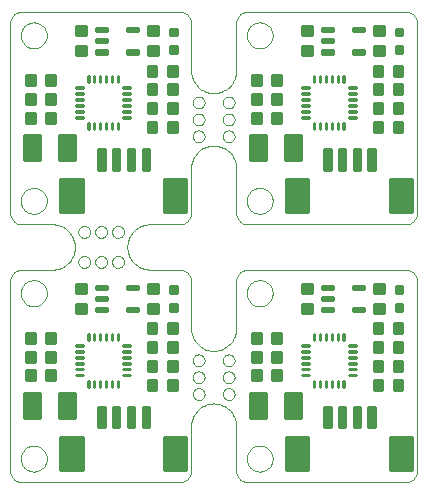
<source format=gtp>
G75*
%MOIN*%
%OFA0B0*%
%FSLAX24Y24*%
%IPPOS*%
%LPD*%
%AMOC8*
5,1,8,0,0,1.08239X$1,22.5*
%
%ADD10C,0.0000*%
%ADD11C,0.0101*%
%ADD12C,0.0100*%
%ADD13C,0.0098*%
%ADD14C,0.0124*%
%ADD15C,0.0100*%
D10*
X003149Y002980D02*
X003149Y009279D01*
X003148Y009279D02*
X003150Y009318D01*
X003156Y009356D01*
X003165Y009393D01*
X003178Y009430D01*
X003195Y009465D01*
X003214Y009498D01*
X003237Y009529D01*
X003263Y009558D01*
X003292Y009584D01*
X003323Y009607D01*
X003356Y009626D01*
X003391Y009643D01*
X003428Y009656D01*
X003465Y009665D01*
X003503Y009671D01*
X003542Y009673D01*
X003540Y009670D02*
X004560Y009670D01*
X004565Y009670D02*
X004618Y009673D01*
X004672Y009679D01*
X004724Y009689D01*
X004776Y009703D01*
X004826Y009721D01*
X004876Y009742D01*
X004923Y009767D01*
X004969Y009795D01*
X005012Y009826D01*
X005054Y009860D01*
X005092Y009897D01*
X005128Y009936D01*
X005161Y009979D01*
X005191Y010023D01*
X005218Y010069D01*
X005241Y010118D01*
X005261Y010167D01*
X005277Y010218D01*
X005290Y010270D01*
X005299Y010323D01*
X005304Y010376D01*
X005305Y010430D01*
X005421Y010930D02*
X005423Y010957D01*
X005429Y010984D01*
X005438Y011010D01*
X005451Y011034D01*
X005467Y011057D01*
X005486Y011076D01*
X005508Y011093D01*
X005532Y011107D01*
X005557Y011117D01*
X005584Y011124D01*
X005611Y011127D01*
X005639Y011126D01*
X005666Y011121D01*
X005692Y011113D01*
X005716Y011101D01*
X005739Y011085D01*
X005760Y011067D01*
X005777Y011046D01*
X005792Y011022D01*
X005803Y010997D01*
X005811Y010971D01*
X005815Y010944D01*
X005815Y010916D01*
X005811Y010889D01*
X005803Y010863D01*
X005792Y010838D01*
X005777Y010814D01*
X005760Y010793D01*
X005739Y010775D01*
X005717Y010759D01*
X005692Y010747D01*
X005666Y010739D01*
X005639Y010734D01*
X005611Y010733D01*
X005584Y010736D01*
X005557Y010743D01*
X005532Y010753D01*
X005508Y010767D01*
X005486Y010784D01*
X005467Y010803D01*
X005451Y010826D01*
X005438Y010850D01*
X005429Y010876D01*
X005423Y010903D01*
X005421Y010930D01*
X005983Y010930D02*
X005985Y010957D01*
X005991Y010984D01*
X006000Y011010D01*
X006013Y011034D01*
X006029Y011057D01*
X006048Y011076D01*
X006070Y011093D01*
X006094Y011107D01*
X006119Y011117D01*
X006146Y011124D01*
X006173Y011127D01*
X006201Y011126D01*
X006228Y011121D01*
X006254Y011113D01*
X006278Y011101D01*
X006301Y011085D01*
X006322Y011067D01*
X006339Y011046D01*
X006354Y011022D01*
X006365Y010997D01*
X006373Y010971D01*
X006377Y010944D01*
X006377Y010916D01*
X006373Y010889D01*
X006365Y010863D01*
X006354Y010838D01*
X006339Y010814D01*
X006322Y010793D01*
X006301Y010775D01*
X006279Y010759D01*
X006254Y010747D01*
X006228Y010739D01*
X006201Y010734D01*
X006173Y010733D01*
X006146Y010736D01*
X006119Y010743D01*
X006094Y010753D01*
X006070Y010767D01*
X006048Y010784D01*
X006029Y010803D01*
X006013Y010826D01*
X006000Y010850D01*
X005991Y010876D01*
X005985Y010903D01*
X005983Y010930D01*
X006546Y010930D02*
X006548Y010957D01*
X006554Y010984D01*
X006563Y011010D01*
X006576Y011034D01*
X006592Y011057D01*
X006611Y011076D01*
X006633Y011093D01*
X006657Y011107D01*
X006682Y011117D01*
X006709Y011124D01*
X006736Y011127D01*
X006764Y011126D01*
X006791Y011121D01*
X006817Y011113D01*
X006841Y011101D01*
X006864Y011085D01*
X006885Y011067D01*
X006902Y011046D01*
X006917Y011022D01*
X006928Y010997D01*
X006936Y010971D01*
X006940Y010944D01*
X006940Y010916D01*
X006936Y010889D01*
X006928Y010863D01*
X006917Y010838D01*
X006902Y010814D01*
X006885Y010793D01*
X006864Y010775D01*
X006842Y010759D01*
X006817Y010747D01*
X006791Y010739D01*
X006764Y010734D01*
X006736Y010733D01*
X006709Y010736D01*
X006682Y010743D01*
X006657Y010753D01*
X006633Y010767D01*
X006611Y010784D01*
X006592Y010803D01*
X006576Y010826D01*
X006563Y010850D01*
X006554Y010876D01*
X006548Y010903D01*
X006546Y010930D01*
X006546Y009930D02*
X006548Y009957D01*
X006554Y009984D01*
X006563Y010010D01*
X006576Y010034D01*
X006592Y010057D01*
X006611Y010076D01*
X006633Y010093D01*
X006657Y010107D01*
X006682Y010117D01*
X006709Y010124D01*
X006736Y010127D01*
X006764Y010126D01*
X006791Y010121D01*
X006817Y010113D01*
X006841Y010101D01*
X006864Y010085D01*
X006885Y010067D01*
X006902Y010046D01*
X006917Y010022D01*
X006928Y009997D01*
X006936Y009971D01*
X006940Y009944D01*
X006940Y009916D01*
X006936Y009889D01*
X006928Y009863D01*
X006917Y009838D01*
X006902Y009814D01*
X006885Y009793D01*
X006864Y009775D01*
X006842Y009759D01*
X006817Y009747D01*
X006791Y009739D01*
X006764Y009734D01*
X006736Y009733D01*
X006709Y009736D01*
X006682Y009743D01*
X006657Y009753D01*
X006633Y009767D01*
X006611Y009784D01*
X006592Y009803D01*
X006576Y009826D01*
X006563Y009850D01*
X006554Y009876D01*
X006548Y009903D01*
X006546Y009930D01*
X005983Y009930D02*
X005985Y009957D01*
X005991Y009984D01*
X006000Y010010D01*
X006013Y010034D01*
X006029Y010057D01*
X006048Y010076D01*
X006070Y010093D01*
X006094Y010107D01*
X006119Y010117D01*
X006146Y010124D01*
X006173Y010127D01*
X006201Y010126D01*
X006228Y010121D01*
X006254Y010113D01*
X006278Y010101D01*
X006301Y010085D01*
X006322Y010067D01*
X006339Y010046D01*
X006354Y010022D01*
X006365Y009997D01*
X006373Y009971D01*
X006377Y009944D01*
X006377Y009916D01*
X006373Y009889D01*
X006365Y009863D01*
X006354Y009838D01*
X006339Y009814D01*
X006322Y009793D01*
X006301Y009775D01*
X006279Y009759D01*
X006254Y009747D01*
X006228Y009739D01*
X006201Y009734D01*
X006173Y009733D01*
X006146Y009736D01*
X006119Y009743D01*
X006094Y009753D01*
X006070Y009767D01*
X006048Y009784D01*
X006029Y009803D01*
X006013Y009826D01*
X006000Y009850D01*
X005991Y009876D01*
X005985Y009903D01*
X005983Y009930D01*
X005421Y009930D02*
X005423Y009957D01*
X005429Y009984D01*
X005438Y010010D01*
X005451Y010034D01*
X005467Y010057D01*
X005486Y010076D01*
X005508Y010093D01*
X005532Y010107D01*
X005557Y010117D01*
X005584Y010124D01*
X005611Y010127D01*
X005639Y010126D01*
X005666Y010121D01*
X005692Y010113D01*
X005716Y010101D01*
X005739Y010085D01*
X005760Y010067D01*
X005777Y010046D01*
X005792Y010022D01*
X005803Y009997D01*
X005811Y009971D01*
X005815Y009944D01*
X005815Y009916D01*
X005811Y009889D01*
X005803Y009863D01*
X005792Y009838D01*
X005777Y009814D01*
X005760Y009793D01*
X005739Y009775D01*
X005717Y009759D01*
X005692Y009747D01*
X005666Y009739D01*
X005639Y009734D01*
X005611Y009733D01*
X005584Y009736D01*
X005557Y009743D01*
X005532Y009753D01*
X005508Y009767D01*
X005486Y009784D01*
X005467Y009803D01*
X005451Y009826D01*
X005438Y009850D01*
X005429Y009876D01*
X005423Y009903D01*
X005421Y009930D01*
X005305Y010430D02*
X005303Y010484D01*
X005297Y010537D01*
X005288Y010589D01*
X005275Y010641D01*
X005258Y010692D01*
X005237Y010742D01*
X005213Y010789D01*
X005186Y010835D01*
X005155Y010879D01*
X005122Y010921D01*
X005085Y010960D01*
X005046Y010997D01*
X005004Y011030D01*
X004960Y011061D01*
X004914Y011088D01*
X004867Y011112D01*
X004817Y011133D01*
X004766Y011150D01*
X004714Y011163D01*
X004662Y011172D01*
X004609Y011178D01*
X004555Y011180D01*
X004560Y011180D02*
X003540Y011180D01*
X003542Y011180D02*
X003503Y011182D01*
X003465Y011188D01*
X003428Y011197D01*
X003391Y011210D01*
X003356Y011227D01*
X003323Y011246D01*
X003292Y011269D01*
X003263Y011295D01*
X003237Y011324D01*
X003214Y011355D01*
X003195Y011388D01*
X003178Y011423D01*
X003165Y011460D01*
X003156Y011497D01*
X003150Y011535D01*
X003148Y011574D01*
X003149Y011574D02*
X003149Y017873D01*
X003148Y017873D02*
X003150Y017912D01*
X003156Y017950D01*
X003165Y017987D01*
X003178Y018024D01*
X003195Y018059D01*
X003214Y018092D01*
X003237Y018123D01*
X003263Y018152D01*
X003292Y018178D01*
X003323Y018201D01*
X003356Y018220D01*
X003391Y018237D01*
X003428Y018250D01*
X003465Y018259D01*
X003503Y018265D01*
X003542Y018267D01*
X008786Y018267D01*
X008825Y018265D01*
X008863Y018259D01*
X008900Y018250D01*
X008937Y018237D01*
X008972Y018220D01*
X009005Y018201D01*
X009036Y018178D01*
X009065Y018152D01*
X009091Y018123D01*
X009114Y018092D01*
X009133Y018059D01*
X009150Y018024D01*
X009163Y017987D01*
X009172Y017950D01*
X009178Y017912D01*
X009180Y017873D01*
X009180Y017868D02*
X009180Y016305D01*
X009182Y016251D01*
X009188Y016198D01*
X009197Y016146D01*
X009210Y016094D01*
X009227Y016043D01*
X009248Y015993D01*
X009272Y015946D01*
X009299Y015900D01*
X009330Y015856D01*
X009363Y015814D01*
X009400Y015775D01*
X009439Y015738D01*
X009481Y015705D01*
X009525Y015674D01*
X009571Y015647D01*
X009618Y015623D01*
X009668Y015602D01*
X009719Y015585D01*
X009771Y015572D01*
X009823Y015563D01*
X009876Y015557D01*
X009930Y015555D01*
X009233Y015243D02*
X009235Y015270D01*
X009241Y015297D01*
X009250Y015323D01*
X009263Y015347D01*
X009279Y015370D01*
X009298Y015389D01*
X009320Y015406D01*
X009344Y015420D01*
X009369Y015430D01*
X009396Y015437D01*
X009423Y015440D01*
X009451Y015439D01*
X009478Y015434D01*
X009504Y015426D01*
X009528Y015414D01*
X009551Y015398D01*
X009572Y015380D01*
X009589Y015359D01*
X009604Y015335D01*
X009615Y015310D01*
X009623Y015284D01*
X009627Y015257D01*
X009627Y015229D01*
X009623Y015202D01*
X009615Y015176D01*
X009604Y015151D01*
X009589Y015127D01*
X009572Y015106D01*
X009551Y015088D01*
X009529Y015072D01*
X009504Y015060D01*
X009478Y015052D01*
X009451Y015047D01*
X009423Y015046D01*
X009396Y015049D01*
X009369Y015056D01*
X009344Y015066D01*
X009320Y015080D01*
X009298Y015097D01*
X009279Y015116D01*
X009263Y015139D01*
X009250Y015163D01*
X009241Y015189D01*
X009235Y015216D01*
X009233Y015243D01*
X009233Y014680D02*
X009235Y014707D01*
X009241Y014734D01*
X009250Y014760D01*
X009263Y014784D01*
X009279Y014807D01*
X009298Y014826D01*
X009320Y014843D01*
X009344Y014857D01*
X009369Y014867D01*
X009396Y014874D01*
X009423Y014877D01*
X009451Y014876D01*
X009478Y014871D01*
X009504Y014863D01*
X009528Y014851D01*
X009551Y014835D01*
X009572Y014817D01*
X009589Y014796D01*
X009604Y014772D01*
X009615Y014747D01*
X009623Y014721D01*
X009627Y014694D01*
X009627Y014666D01*
X009623Y014639D01*
X009615Y014613D01*
X009604Y014588D01*
X009589Y014564D01*
X009572Y014543D01*
X009551Y014525D01*
X009529Y014509D01*
X009504Y014497D01*
X009478Y014489D01*
X009451Y014484D01*
X009423Y014483D01*
X009396Y014486D01*
X009369Y014493D01*
X009344Y014503D01*
X009320Y014517D01*
X009298Y014534D01*
X009279Y014553D01*
X009263Y014576D01*
X009250Y014600D01*
X009241Y014626D01*
X009235Y014653D01*
X009233Y014680D01*
X009233Y014118D02*
X009235Y014145D01*
X009241Y014172D01*
X009250Y014198D01*
X009263Y014222D01*
X009279Y014245D01*
X009298Y014264D01*
X009320Y014281D01*
X009344Y014295D01*
X009369Y014305D01*
X009396Y014312D01*
X009423Y014315D01*
X009451Y014314D01*
X009478Y014309D01*
X009504Y014301D01*
X009528Y014289D01*
X009551Y014273D01*
X009572Y014255D01*
X009589Y014234D01*
X009604Y014210D01*
X009615Y014185D01*
X009623Y014159D01*
X009627Y014132D01*
X009627Y014104D01*
X009623Y014077D01*
X009615Y014051D01*
X009604Y014026D01*
X009589Y014002D01*
X009572Y013981D01*
X009551Y013963D01*
X009529Y013947D01*
X009504Y013935D01*
X009478Y013927D01*
X009451Y013922D01*
X009423Y013921D01*
X009396Y013924D01*
X009369Y013931D01*
X009344Y013941D01*
X009320Y013955D01*
X009298Y013972D01*
X009279Y013991D01*
X009263Y014014D01*
X009250Y014038D01*
X009241Y014064D01*
X009235Y014091D01*
X009233Y014118D01*
X009180Y013055D02*
X009180Y011555D01*
X009180Y011574D02*
X009178Y011535D01*
X009172Y011497D01*
X009163Y011460D01*
X009150Y011423D01*
X009133Y011388D01*
X009114Y011355D01*
X009091Y011324D01*
X009065Y011295D01*
X009036Y011269D01*
X009005Y011246D01*
X008972Y011227D01*
X008937Y011210D01*
X008900Y011197D01*
X008863Y011188D01*
X008825Y011182D01*
X008786Y011180D01*
X008790Y011180D02*
X007800Y011180D01*
X007805Y011180D02*
X007751Y011178D01*
X007698Y011172D01*
X007646Y011163D01*
X007594Y011150D01*
X007543Y011133D01*
X007493Y011112D01*
X007446Y011088D01*
X007400Y011061D01*
X007356Y011030D01*
X007314Y010997D01*
X007275Y010960D01*
X007238Y010921D01*
X007205Y010879D01*
X007174Y010835D01*
X007147Y010789D01*
X007123Y010742D01*
X007102Y010692D01*
X007085Y010641D01*
X007072Y010589D01*
X007063Y010537D01*
X007057Y010484D01*
X007055Y010430D01*
X007057Y010376D01*
X007063Y010322D01*
X007072Y010268D01*
X007086Y010216D01*
X007103Y010164D01*
X007124Y010114D01*
X007148Y010066D01*
X007176Y010019D01*
X007207Y009975D01*
X007241Y009932D01*
X007278Y009893D01*
X007317Y009856D01*
X007360Y009822D01*
X007404Y009791D01*
X007451Y009763D01*
X007499Y009739D01*
X007549Y009718D01*
X007601Y009701D01*
X007653Y009687D01*
X007707Y009678D01*
X007761Y009672D01*
X007815Y009670D01*
X008790Y009670D01*
X008786Y009673D02*
X008825Y009671D01*
X008863Y009665D01*
X008900Y009656D01*
X008937Y009643D01*
X008972Y009626D01*
X009005Y009607D01*
X009036Y009584D01*
X009065Y009558D01*
X009091Y009529D01*
X009114Y009498D01*
X009133Y009465D01*
X009150Y009430D01*
X009163Y009393D01*
X009172Y009356D01*
X009178Y009318D01*
X009180Y009279D01*
X009180Y009274D02*
X009180Y007711D01*
X009182Y007657D01*
X009188Y007604D01*
X009197Y007552D01*
X009210Y007500D01*
X009227Y007449D01*
X009248Y007399D01*
X009272Y007352D01*
X009299Y007306D01*
X009330Y007262D01*
X009363Y007220D01*
X009400Y007181D01*
X009439Y007144D01*
X009481Y007111D01*
X009525Y007080D01*
X009571Y007053D01*
X009618Y007029D01*
X009668Y007008D01*
X009719Y006991D01*
X009771Y006978D01*
X009823Y006969D01*
X009876Y006963D01*
X009930Y006961D01*
X009233Y006649D02*
X009235Y006676D01*
X009241Y006703D01*
X009250Y006729D01*
X009263Y006753D01*
X009279Y006776D01*
X009298Y006795D01*
X009320Y006812D01*
X009344Y006826D01*
X009369Y006836D01*
X009396Y006843D01*
X009423Y006846D01*
X009451Y006845D01*
X009478Y006840D01*
X009504Y006832D01*
X009528Y006820D01*
X009551Y006804D01*
X009572Y006786D01*
X009589Y006765D01*
X009604Y006741D01*
X009615Y006716D01*
X009623Y006690D01*
X009627Y006663D01*
X009627Y006635D01*
X009623Y006608D01*
X009615Y006582D01*
X009604Y006557D01*
X009589Y006533D01*
X009572Y006512D01*
X009551Y006494D01*
X009529Y006478D01*
X009504Y006466D01*
X009478Y006458D01*
X009451Y006453D01*
X009423Y006452D01*
X009396Y006455D01*
X009369Y006462D01*
X009344Y006472D01*
X009320Y006486D01*
X009298Y006503D01*
X009279Y006522D01*
X009263Y006545D01*
X009250Y006569D01*
X009241Y006595D01*
X009235Y006622D01*
X009233Y006649D01*
X009233Y006086D02*
X009235Y006113D01*
X009241Y006140D01*
X009250Y006166D01*
X009263Y006190D01*
X009279Y006213D01*
X009298Y006232D01*
X009320Y006249D01*
X009344Y006263D01*
X009369Y006273D01*
X009396Y006280D01*
X009423Y006283D01*
X009451Y006282D01*
X009478Y006277D01*
X009504Y006269D01*
X009528Y006257D01*
X009551Y006241D01*
X009572Y006223D01*
X009589Y006202D01*
X009604Y006178D01*
X009615Y006153D01*
X009623Y006127D01*
X009627Y006100D01*
X009627Y006072D01*
X009623Y006045D01*
X009615Y006019D01*
X009604Y005994D01*
X009589Y005970D01*
X009572Y005949D01*
X009551Y005931D01*
X009529Y005915D01*
X009504Y005903D01*
X009478Y005895D01*
X009451Y005890D01*
X009423Y005889D01*
X009396Y005892D01*
X009369Y005899D01*
X009344Y005909D01*
X009320Y005923D01*
X009298Y005940D01*
X009279Y005959D01*
X009263Y005982D01*
X009250Y006006D01*
X009241Y006032D01*
X009235Y006059D01*
X009233Y006086D01*
X009233Y005524D02*
X009235Y005551D01*
X009241Y005578D01*
X009250Y005604D01*
X009263Y005628D01*
X009279Y005651D01*
X009298Y005670D01*
X009320Y005687D01*
X009344Y005701D01*
X009369Y005711D01*
X009396Y005718D01*
X009423Y005721D01*
X009451Y005720D01*
X009478Y005715D01*
X009504Y005707D01*
X009528Y005695D01*
X009551Y005679D01*
X009572Y005661D01*
X009589Y005640D01*
X009604Y005616D01*
X009615Y005591D01*
X009623Y005565D01*
X009627Y005538D01*
X009627Y005510D01*
X009623Y005483D01*
X009615Y005457D01*
X009604Y005432D01*
X009589Y005408D01*
X009572Y005387D01*
X009551Y005369D01*
X009529Y005353D01*
X009504Y005341D01*
X009478Y005333D01*
X009451Y005328D01*
X009423Y005327D01*
X009396Y005330D01*
X009369Y005337D01*
X009344Y005347D01*
X009320Y005361D01*
X009298Y005378D01*
X009279Y005397D01*
X009263Y005420D01*
X009250Y005444D01*
X009241Y005470D01*
X009235Y005497D01*
X009233Y005524D01*
X009180Y004461D02*
X009180Y002961D01*
X009180Y002980D02*
X009178Y002941D01*
X009172Y002903D01*
X009163Y002866D01*
X009150Y002829D01*
X009133Y002794D01*
X009114Y002761D01*
X009091Y002730D01*
X009065Y002701D01*
X009036Y002675D01*
X009005Y002652D01*
X008972Y002633D01*
X008937Y002616D01*
X008900Y002603D01*
X008863Y002594D01*
X008825Y002588D01*
X008786Y002586D01*
X003542Y002586D01*
X003503Y002588D01*
X003465Y002594D01*
X003428Y002603D01*
X003391Y002616D01*
X003356Y002633D01*
X003323Y002652D01*
X003292Y002675D01*
X003263Y002701D01*
X003237Y002730D01*
X003214Y002761D01*
X003195Y002794D01*
X003178Y002829D01*
X003165Y002866D01*
X003156Y002903D01*
X003150Y002941D01*
X003148Y002980D01*
X003503Y003374D02*
X003505Y003415D01*
X003511Y003456D01*
X003521Y003496D01*
X003534Y003535D01*
X003551Y003572D01*
X003572Y003608D01*
X003596Y003642D01*
X003623Y003673D01*
X003652Y003701D01*
X003685Y003727D01*
X003719Y003749D01*
X003756Y003768D01*
X003794Y003783D01*
X003834Y003795D01*
X003874Y003803D01*
X003915Y003807D01*
X003957Y003807D01*
X003998Y003803D01*
X004038Y003795D01*
X004078Y003783D01*
X004116Y003768D01*
X004152Y003749D01*
X004187Y003727D01*
X004220Y003701D01*
X004249Y003673D01*
X004276Y003642D01*
X004300Y003608D01*
X004321Y003572D01*
X004338Y003535D01*
X004351Y003496D01*
X004361Y003456D01*
X004367Y003415D01*
X004369Y003374D01*
X004367Y003333D01*
X004361Y003292D01*
X004351Y003252D01*
X004338Y003213D01*
X004321Y003176D01*
X004300Y003140D01*
X004276Y003106D01*
X004249Y003075D01*
X004220Y003047D01*
X004187Y003021D01*
X004153Y002999D01*
X004116Y002980D01*
X004078Y002965D01*
X004038Y002953D01*
X003998Y002945D01*
X003957Y002941D01*
X003915Y002941D01*
X003874Y002945D01*
X003834Y002953D01*
X003794Y002965D01*
X003756Y002980D01*
X003720Y002999D01*
X003685Y003021D01*
X003652Y003047D01*
X003623Y003075D01*
X003596Y003106D01*
X003572Y003140D01*
X003551Y003176D01*
X003534Y003213D01*
X003521Y003252D01*
X003511Y003292D01*
X003505Y003333D01*
X003503Y003374D01*
X003503Y008885D02*
X003505Y008926D01*
X003511Y008967D01*
X003521Y009007D01*
X003534Y009046D01*
X003551Y009083D01*
X003572Y009119D01*
X003596Y009153D01*
X003623Y009184D01*
X003652Y009212D01*
X003685Y009238D01*
X003719Y009260D01*
X003756Y009279D01*
X003794Y009294D01*
X003834Y009306D01*
X003874Y009314D01*
X003915Y009318D01*
X003957Y009318D01*
X003998Y009314D01*
X004038Y009306D01*
X004078Y009294D01*
X004116Y009279D01*
X004152Y009260D01*
X004187Y009238D01*
X004220Y009212D01*
X004249Y009184D01*
X004276Y009153D01*
X004300Y009119D01*
X004321Y009083D01*
X004338Y009046D01*
X004351Y009007D01*
X004361Y008967D01*
X004367Y008926D01*
X004369Y008885D01*
X004367Y008844D01*
X004361Y008803D01*
X004351Y008763D01*
X004338Y008724D01*
X004321Y008687D01*
X004300Y008651D01*
X004276Y008617D01*
X004249Y008586D01*
X004220Y008558D01*
X004187Y008532D01*
X004153Y008510D01*
X004116Y008491D01*
X004078Y008476D01*
X004038Y008464D01*
X003998Y008456D01*
X003957Y008452D01*
X003915Y008452D01*
X003874Y008456D01*
X003834Y008464D01*
X003794Y008476D01*
X003756Y008491D01*
X003720Y008510D01*
X003685Y008532D01*
X003652Y008558D01*
X003623Y008586D01*
X003596Y008617D01*
X003572Y008651D01*
X003551Y008687D01*
X003534Y008724D01*
X003521Y008763D01*
X003511Y008803D01*
X003505Y008844D01*
X003503Y008885D01*
X003503Y011967D02*
X003505Y012008D01*
X003511Y012049D01*
X003521Y012089D01*
X003534Y012128D01*
X003551Y012165D01*
X003572Y012201D01*
X003596Y012235D01*
X003623Y012266D01*
X003652Y012294D01*
X003685Y012320D01*
X003719Y012342D01*
X003756Y012361D01*
X003794Y012376D01*
X003834Y012388D01*
X003874Y012396D01*
X003915Y012400D01*
X003957Y012400D01*
X003998Y012396D01*
X004038Y012388D01*
X004078Y012376D01*
X004116Y012361D01*
X004152Y012342D01*
X004187Y012320D01*
X004220Y012294D01*
X004249Y012266D01*
X004276Y012235D01*
X004300Y012201D01*
X004321Y012165D01*
X004338Y012128D01*
X004351Y012089D01*
X004361Y012049D01*
X004367Y012008D01*
X004369Y011967D01*
X004367Y011926D01*
X004361Y011885D01*
X004351Y011845D01*
X004338Y011806D01*
X004321Y011769D01*
X004300Y011733D01*
X004276Y011699D01*
X004249Y011668D01*
X004220Y011640D01*
X004187Y011614D01*
X004153Y011592D01*
X004116Y011573D01*
X004078Y011558D01*
X004038Y011546D01*
X003998Y011538D01*
X003957Y011534D01*
X003915Y011534D01*
X003874Y011538D01*
X003834Y011546D01*
X003794Y011558D01*
X003756Y011573D01*
X003720Y011592D01*
X003685Y011614D01*
X003652Y011640D01*
X003623Y011668D01*
X003596Y011699D01*
X003572Y011733D01*
X003551Y011769D01*
X003534Y011806D01*
X003521Y011845D01*
X003511Y011885D01*
X003505Y011926D01*
X003503Y011967D01*
X007810Y009670D02*
X007815Y009670D01*
X009930Y006961D02*
X009984Y006963D01*
X010037Y006969D01*
X010089Y006978D01*
X010141Y006991D01*
X010192Y007008D01*
X010242Y007029D01*
X010289Y007053D01*
X010335Y007080D01*
X010379Y007111D01*
X010421Y007144D01*
X010460Y007181D01*
X010497Y007220D01*
X010530Y007262D01*
X010561Y007306D01*
X010588Y007352D01*
X010612Y007399D01*
X010633Y007449D01*
X010650Y007500D01*
X010663Y007552D01*
X010672Y007604D01*
X010678Y007657D01*
X010680Y007711D01*
X010680Y009279D01*
X010682Y009318D01*
X010688Y009356D01*
X010697Y009393D01*
X010710Y009430D01*
X010727Y009465D01*
X010746Y009498D01*
X010769Y009529D01*
X010795Y009558D01*
X010824Y009584D01*
X010855Y009607D01*
X010888Y009626D01*
X010923Y009643D01*
X010960Y009656D01*
X010997Y009665D01*
X011035Y009671D01*
X011074Y009673D01*
X016317Y009673D01*
X016356Y009671D01*
X016394Y009665D01*
X016431Y009656D01*
X016468Y009643D01*
X016503Y009626D01*
X016536Y009607D01*
X016567Y009584D01*
X016596Y009558D01*
X016622Y009529D01*
X016645Y009498D01*
X016664Y009465D01*
X016681Y009430D01*
X016694Y009393D01*
X016703Y009356D01*
X016709Y009318D01*
X016711Y009279D01*
X016711Y002980D01*
X016709Y002941D01*
X016703Y002903D01*
X016694Y002866D01*
X016681Y002829D01*
X016664Y002794D01*
X016645Y002761D01*
X016622Y002730D01*
X016596Y002701D01*
X016567Y002675D01*
X016536Y002652D01*
X016503Y002633D01*
X016468Y002616D01*
X016431Y002603D01*
X016394Y002594D01*
X016356Y002588D01*
X016317Y002586D01*
X011074Y002586D01*
X011035Y002588D01*
X010997Y002594D01*
X010960Y002603D01*
X010923Y002616D01*
X010888Y002633D01*
X010855Y002652D01*
X010824Y002675D01*
X010795Y002701D01*
X010769Y002730D01*
X010746Y002761D01*
X010727Y002794D01*
X010710Y002829D01*
X010697Y002866D01*
X010688Y002903D01*
X010682Y002941D01*
X010680Y002980D01*
X010680Y004461D01*
X009930Y005211D02*
X009876Y005209D01*
X009823Y005203D01*
X009771Y005194D01*
X009719Y005181D01*
X009668Y005164D01*
X009618Y005143D01*
X009571Y005119D01*
X009525Y005092D01*
X009481Y005061D01*
X009439Y005028D01*
X009400Y004991D01*
X009363Y004952D01*
X009330Y004910D01*
X009299Y004866D01*
X009272Y004820D01*
X009248Y004773D01*
X009227Y004723D01*
X009210Y004672D01*
X009197Y004620D01*
X009188Y004568D01*
X009182Y004515D01*
X009180Y004461D01*
X009930Y005211D02*
X009984Y005209D01*
X010037Y005203D01*
X010089Y005194D01*
X010141Y005181D01*
X010192Y005164D01*
X010242Y005143D01*
X010289Y005119D01*
X010335Y005092D01*
X010379Y005061D01*
X010421Y005028D01*
X010460Y004991D01*
X010497Y004952D01*
X010530Y004910D01*
X010561Y004866D01*
X010588Y004820D01*
X010612Y004773D01*
X010633Y004723D01*
X010650Y004672D01*
X010663Y004620D01*
X010672Y004568D01*
X010678Y004515D01*
X010680Y004461D01*
X010233Y005524D02*
X010235Y005551D01*
X010241Y005578D01*
X010250Y005604D01*
X010263Y005628D01*
X010279Y005651D01*
X010298Y005670D01*
X010320Y005687D01*
X010344Y005701D01*
X010369Y005711D01*
X010396Y005718D01*
X010423Y005721D01*
X010451Y005720D01*
X010478Y005715D01*
X010504Y005707D01*
X010528Y005695D01*
X010551Y005679D01*
X010572Y005661D01*
X010589Y005640D01*
X010604Y005616D01*
X010615Y005591D01*
X010623Y005565D01*
X010627Y005538D01*
X010627Y005510D01*
X010623Y005483D01*
X010615Y005457D01*
X010604Y005432D01*
X010589Y005408D01*
X010572Y005387D01*
X010551Y005369D01*
X010529Y005353D01*
X010504Y005341D01*
X010478Y005333D01*
X010451Y005328D01*
X010423Y005327D01*
X010396Y005330D01*
X010369Y005337D01*
X010344Y005347D01*
X010320Y005361D01*
X010298Y005378D01*
X010279Y005397D01*
X010263Y005420D01*
X010250Y005444D01*
X010241Y005470D01*
X010235Y005497D01*
X010233Y005524D01*
X010233Y006086D02*
X010235Y006113D01*
X010241Y006140D01*
X010250Y006166D01*
X010263Y006190D01*
X010279Y006213D01*
X010298Y006232D01*
X010320Y006249D01*
X010344Y006263D01*
X010369Y006273D01*
X010396Y006280D01*
X010423Y006283D01*
X010451Y006282D01*
X010478Y006277D01*
X010504Y006269D01*
X010528Y006257D01*
X010551Y006241D01*
X010572Y006223D01*
X010589Y006202D01*
X010604Y006178D01*
X010615Y006153D01*
X010623Y006127D01*
X010627Y006100D01*
X010627Y006072D01*
X010623Y006045D01*
X010615Y006019D01*
X010604Y005994D01*
X010589Y005970D01*
X010572Y005949D01*
X010551Y005931D01*
X010529Y005915D01*
X010504Y005903D01*
X010478Y005895D01*
X010451Y005890D01*
X010423Y005889D01*
X010396Y005892D01*
X010369Y005899D01*
X010344Y005909D01*
X010320Y005923D01*
X010298Y005940D01*
X010279Y005959D01*
X010263Y005982D01*
X010250Y006006D01*
X010241Y006032D01*
X010235Y006059D01*
X010233Y006086D01*
X010233Y006649D02*
X010235Y006676D01*
X010241Y006703D01*
X010250Y006729D01*
X010263Y006753D01*
X010279Y006776D01*
X010298Y006795D01*
X010320Y006812D01*
X010344Y006826D01*
X010369Y006836D01*
X010396Y006843D01*
X010423Y006846D01*
X010451Y006845D01*
X010478Y006840D01*
X010504Y006832D01*
X010528Y006820D01*
X010551Y006804D01*
X010572Y006786D01*
X010589Y006765D01*
X010604Y006741D01*
X010615Y006716D01*
X010623Y006690D01*
X010627Y006663D01*
X010627Y006635D01*
X010623Y006608D01*
X010615Y006582D01*
X010604Y006557D01*
X010589Y006533D01*
X010572Y006512D01*
X010551Y006494D01*
X010529Y006478D01*
X010504Y006466D01*
X010478Y006458D01*
X010451Y006453D01*
X010423Y006452D01*
X010396Y006455D01*
X010369Y006462D01*
X010344Y006472D01*
X010320Y006486D01*
X010298Y006503D01*
X010279Y006522D01*
X010263Y006545D01*
X010250Y006569D01*
X010241Y006595D01*
X010235Y006622D01*
X010233Y006649D01*
X011034Y008885D02*
X011036Y008926D01*
X011042Y008967D01*
X011052Y009007D01*
X011065Y009046D01*
X011082Y009083D01*
X011103Y009119D01*
X011127Y009153D01*
X011154Y009184D01*
X011183Y009212D01*
X011216Y009238D01*
X011250Y009260D01*
X011287Y009279D01*
X011325Y009294D01*
X011365Y009306D01*
X011405Y009314D01*
X011446Y009318D01*
X011488Y009318D01*
X011529Y009314D01*
X011569Y009306D01*
X011609Y009294D01*
X011647Y009279D01*
X011683Y009260D01*
X011718Y009238D01*
X011751Y009212D01*
X011780Y009184D01*
X011807Y009153D01*
X011831Y009119D01*
X011852Y009083D01*
X011869Y009046D01*
X011882Y009007D01*
X011892Y008967D01*
X011898Y008926D01*
X011900Y008885D01*
X011898Y008844D01*
X011892Y008803D01*
X011882Y008763D01*
X011869Y008724D01*
X011852Y008687D01*
X011831Y008651D01*
X011807Y008617D01*
X011780Y008586D01*
X011751Y008558D01*
X011718Y008532D01*
X011684Y008510D01*
X011647Y008491D01*
X011609Y008476D01*
X011569Y008464D01*
X011529Y008456D01*
X011488Y008452D01*
X011446Y008452D01*
X011405Y008456D01*
X011365Y008464D01*
X011325Y008476D01*
X011287Y008491D01*
X011251Y008510D01*
X011216Y008532D01*
X011183Y008558D01*
X011154Y008586D01*
X011127Y008617D01*
X011103Y008651D01*
X011082Y008687D01*
X011065Y008724D01*
X011052Y008763D01*
X011042Y008803D01*
X011036Y008844D01*
X011034Y008885D01*
X011074Y011180D02*
X016317Y011180D01*
X016356Y011182D01*
X016394Y011188D01*
X016431Y011197D01*
X016468Y011210D01*
X016503Y011227D01*
X016536Y011246D01*
X016567Y011269D01*
X016596Y011295D01*
X016622Y011324D01*
X016645Y011355D01*
X016664Y011388D01*
X016681Y011423D01*
X016694Y011460D01*
X016703Y011497D01*
X016709Y011535D01*
X016711Y011574D01*
X016711Y017873D01*
X016709Y017912D01*
X016703Y017950D01*
X016694Y017987D01*
X016681Y018024D01*
X016664Y018059D01*
X016645Y018092D01*
X016622Y018123D01*
X016596Y018152D01*
X016567Y018178D01*
X016536Y018201D01*
X016503Y018220D01*
X016468Y018237D01*
X016431Y018250D01*
X016394Y018259D01*
X016356Y018265D01*
X016317Y018267D01*
X011074Y018267D01*
X011035Y018265D01*
X010997Y018259D01*
X010960Y018250D01*
X010923Y018237D01*
X010888Y018220D01*
X010855Y018201D01*
X010824Y018178D01*
X010795Y018152D01*
X010769Y018123D01*
X010746Y018092D01*
X010727Y018059D01*
X010710Y018024D01*
X010697Y017987D01*
X010688Y017950D01*
X010682Y017912D01*
X010680Y017873D01*
X010680Y016305D01*
X010678Y016251D01*
X010672Y016198D01*
X010663Y016146D01*
X010650Y016094D01*
X010633Y016043D01*
X010612Y015993D01*
X010588Y015946D01*
X010561Y015900D01*
X010530Y015856D01*
X010497Y015814D01*
X010460Y015775D01*
X010421Y015738D01*
X010379Y015705D01*
X010335Y015674D01*
X010289Y015647D01*
X010242Y015623D01*
X010192Y015602D01*
X010141Y015585D01*
X010089Y015572D01*
X010037Y015563D01*
X009984Y015557D01*
X009930Y015555D01*
X010233Y015243D02*
X010235Y015270D01*
X010241Y015297D01*
X010250Y015323D01*
X010263Y015347D01*
X010279Y015370D01*
X010298Y015389D01*
X010320Y015406D01*
X010344Y015420D01*
X010369Y015430D01*
X010396Y015437D01*
X010423Y015440D01*
X010451Y015439D01*
X010478Y015434D01*
X010504Y015426D01*
X010528Y015414D01*
X010551Y015398D01*
X010572Y015380D01*
X010589Y015359D01*
X010604Y015335D01*
X010615Y015310D01*
X010623Y015284D01*
X010627Y015257D01*
X010627Y015229D01*
X010623Y015202D01*
X010615Y015176D01*
X010604Y015151D01*
X010589Y015127D01*
X010572Y015106D01*
X010551Y015088D01*
X010529Y015072D01*
X010504Y015060D01*
X010478Y015052D01*
X010451Y015047D01*
X010423Y015046D01*
X010396Y015049D01*
X010369Y015056D01*
X010344Y015066D01*
X010320Y015080D01*
X010298Y015097D01*
X010279Y015116D01*
X010263Y015139D01*
X010250Y015163D01*
X010241Y015189D01*
X010235Y015216D01*
X010233Y015243D01*
X010233Y014680D02*
X010235Y014707D01*
X010241Y014734D01*
X010250Y014760D01*
X010263Y014784D01*
X010279Y014807D01*
X010298Y014826D01*
X010320Y014843D01*
X010344Y014857D01*
X010369Y014867D01*
X010396Y014874D01*
X010423Y014877D01*
X010451Y014876D01*
X010478Y014871D01*
X010504Y014863D01*
X010528Y014851D01*
X010551Y014835D01*
X010572Y014817D01*
X010589Y014796D01*
X010604Y014772D01*
X010615Y014747D01*
X010623Y014721D01*
X010627Y014694D01*
X010627Y014666D01*
X010623Y014639D01*
X010615Y014613D01*
X010604Y014588D01*
X010589Y014564D01*
X010572Y014543D01*
X010551Y014525D01*
X010529Y014509D01*
X010504Y014497D01*
X010478Y014489D01*
X010451Y014484D01*
X010423Y014483D01*
X010396Y014486D01*
X010369Y014493D01*
X010344Y014503D01*
X010320Y014517D01*
X010298Y014534D01*
X010279Y014553D01*
X010263Y014576D01*
X010250Y014600D01*
X010241Y014626D01*
X010235Y014653D01*
X010233Y014680D01*
X010233Y014118D02*
X010235Y014145D01*
X010241Y014172D01*
X010250Y014198D01*
X010263Y014222D01*
X010279Y014245D01*
X010298Y014264D01*
X010320Y014281D01*
X010344Y014295D01*
X010369Y014305D01*
X010396Y014312D01*
X010423Y014315D01*
X010451Y014314D01*
X010478Y014309D01*
X010504Y014301D01*
X010528Y014289D01*
X010551Y014273D01*
X010572Y014255D01*
X010589Y014234D01*
X010604Y014210D01*
X010615Y014185D01*
X010623Y014159D01*
X010627Y014132D01*
X010627Y014104D01*
X010623Y014077D01*
X010615Y014051D01*
X010604Y014026D01*
X010589Y014002D01*
X010572Y013981D01*
X010551Y013963D01*
X010529Y013947D01*
X010504Y013935D01*
X010478Y013927D01*
X010451Y013922D01*
X010423Y013921D01*
X010396Y013924D01*
X010369Y013931D01*
X010344Y013941D01*
X010320Y013955D01*
X010298Y013972D01*
X010279Y013991D01*
X010263Y014014D01*
X010250Y014038D01*
X010241Y014064D01*
X010235Y014091D01*
X010233Y014118D01*
X009930Y013805D02*
X009876Y013803D01*
X009823Y013797D01*
X009771Y013788D01*
X009719Y013775D01*
X009668Y013758D01*
X009618Y013737D01*
X009571Y013713D01*
X009525Y013686D01*
X009481Y013655D01*
X009439Y013622D01*
X009400Y013585D01*
X009363Y013546D01*
X009330Y013504D01*
X009299Y013460D01*
X009272Y013414D01*
X009248Y013367D01*
X009227Y013317D01*
X009210Y013266D01*
X009197Y013214D01*
X009188Y013162D01*
X009182Y013109D01*
X009180Y013055D01*
X009930Y013805D02*
X009984Y013803D01*
X010037Y013797D01*
X010089Y013788D01*
X010141Y013775D01*
X010192Y013758D01*
X010242Y013737D01*
X010289Y013713D01*
X010335Y013686D01*
X010379Y013655D01*
X010421Y013622D01*
X010460Y013585D01*
X010497Y013546D01*
X010530Y013504D01*
X010561Y013460D01*
X010588Y013414D01*
X010612Y013367D01*
X010633Y013317D01*
X010650Y013266D01*
X010663Y013214D01*
X010672Y013162D01*
X010678Y013109D01*
X010680Y013055D01*
X010680Y011574D01*
X010682Y011535D01*
X010688Y011497D01*
X010697Y011460D01*
X010710Y011423D01*
X010727Y011388D01*
X010746Y011355D01*
X010769Y011324D01*
X010795Y011295D01*
X010824Y011269D01*
X010855Y011246D01*
X010888Y011227D01*
X010923Y011210D01*
X010960Y011197D01*
X010997Y011188D01*
X011035Y011182D01*
X011074Y011180D01*
X011034Y011967D02*
X011036Y012008D01*
X011042Y012049D01*
X011052Y012089D01*
X011065Y012128D01*
X011082Y012165D01*
X011103Y012201D01*
X011127Y012235D01*
X011154Y012266D01*
X011183Y012294D01*
X011216Y012320D01*
X011250Y012342D01*
X011287Y012361D01*
X011325Y012376D01*
X011365Y012388D01*
X011405Y012396D01*
X011446Y012400D01*
X011488Y012400D01*
X011529Y012396D01*
X011569Y012388D01*
X011609Y012376D01*
X011647Y012361D01*
X011683Y012342D01*
X011718Y012320D01*
X011751Y012294D01*
X011780Y012266D01*
X011807Y012235D01*
X011831Y012201D01*
X011852Y012165D01*
X011869Y012128D01*
X011882Y012089D01*
X011892Y012049D01*
X011898Y012008D01*
X011900Y011967D01*
X011898Y011926D01*
X011892Y011885D01*
X011882Y011845D01*
X011869Y011806D01*
X011852Y011769D01*
X011831Y011733D01*
X011807Y011699D01*
X011780Y011668D01*
X011751Y011640D01*
X011718Y011614D01*
X011684Y011592D01*
X011647Y011573D01*
X011609Y011558D01*
X011569Y011546D01*
X011529Y011538D01*
X011488Y011534D01*
X011446Y011534D01*
X011405Y011538D01*
X011365Y011546D01*
X011325Y011558D01*
X011287Y011573D01*
X011251Y011592D01*
X011216Y011614D01*
X011183Y011640D01*
X011154Y011668D01*
X011127Y011699D01*
X011103Y011733D01*
X011082Y011769D01*
X011065Y011806D01*
X011052Y011845D01*
X011042Y011885D01*
X011036Y011926D01*
X011034Y011967D01*
X011034Y017479D02*
X011036Y017520D01*
X011042Y017561D01*
X011052Y017601D01*
X011065Y017640D01*
X011082Y017677D01*
X011103Y017713D01*
X011127Y017747D01*
X011154Y017778D01*
X011183Y017806D01*
X011216Y017832D01*
X011250Y017854D01*
X011287Y017873D01*
X011325Y017888D01*
X011365Y017900D01*
X011405Y017908D01*
X011446Y017912D01*
X011488Y017912D01*
X011529Y017908D01*
X011569Y017900D01*
X011609Y017888D01*
X011647Y017873D01*
X011683Y017854D01*
X011718Y017832D01*
X011751Y017806D01*
X011780Y017778D01*
X011807Y017747D01*
X011831Y017713D01*
X011852Y017677D01*
X011869Y017640D01*
X011882Y017601D01*
X011892Y017561D01*
X011898Y017520D01*
X011900Y017479D01*
X011898Y017438D01*
X011892Y017397D01*
X011882Y017357D01*
X011869Y017318D01*
X011852Y017281D01*
X011831Y017245D01*
X011807Y017211D01*
X011780Y017180D01*
X011751Y017152D01*
X011718Y017126D01*
X011684Y017104D01*
X011647Y017085D01*
X011609Y017070D01*
X011569Y017058D01*
X011529Y017050D01*
X011488Y017046D01*
X011446Y017046D01*
X011405Y017050D01*
X011365Y017058D01*
X011325Y017070D01*
X011287Y017085D01*
X011251Y017104D01*
X011216Y017126D01*
X011183Y017152D01*
X011154Y017180D01*
X011127Y017211D01*
X011103Y017245D01*
X011082Y017281D01*
X011065Y017318D01*
X011052Y017357D01*
X011042Y017397D01*
X011036Y017438D01*
X011034Y017479D01*
X003503Y017479D02*
X003505Y017520D01*
X003511Y017561D01*
X003521Y017601D01*
X003534Y017640D01*
X003551Y017677D01*
X003572Y017713D01*
X003596Y017747D01*
X003623Y017778D01*
X003652Y017806D01*
X003685Y017832D01*
X003719Y017854D01*
X003756Y017873D01*
X003794Y017888D01*
X003834Y017900D01*
X003874Y017908D01*
X003915Y017912D01*
X003957Y017912D01*
X003998Y017908D01*
X004038Y017900D01*
X004078Y017888D01*
X004116Y017873D01*
X004152Y017854D01*
X004187Y017832D01*
X004220Y017806D01*
X004249Y017778D01*
X004276Y017747D01*
X004300Y017713D01*
X004321Y017677D01*
X004338Y017640D01*
X004351Y017601D01*
X004361Y017561D01*
X004367Y017520D01*
X004369Y017479D01*
X004367Y017438D01*
X004361Y017397D01*
X004351Y017357D01*
X004338Y017318D01*
X004321Y017281D01*
X004300Y017245D01*
X004276Y017211D01*
X004249Y017180D01*
X004220Y017152D01*
X004187Y017126D01*
X004153Y017104D01*
X004116Y017085D01*
X004078Y017070D01*
X004038Y017058D01*
X003998Y017050D01*
X003957Y017046D01*
X003915Y017046D01*
X003874Y017050D01*
X003834Y017058D01*
X003794Y017070D01*
X003756Y017085D01*
X003720Y017104D01*
X003685Y017126D01*
X003652Y017152D01*
X003623Y017180D01*
X003596Y017211D01*
X003572Y017245D01*
X003551Y017281D01*
X003534Y017318D01*
X003521Y017357D01*
X003511Y017397D01*
X003505Y017438D01*
X003503Y017479D01*
X011034Y003374D02*
X011036Y003415D01*
X011042Y003456D01*
X011052Y003496D01*
X011065Y003535D01*
X011082Y003572D01*
X011103Y003608D01*
X011127Y003642D01*
X011154Y003673D01*
X011183Y003701D01*
X011216Y003727D01*
X011250Y003749D01*
X011287Y003768D01*
X011325Y003783D01*
X011365Y003795D01*
X011405Y003803D01*
X011446Y003807D01*
X011488Y003807D01*
X011529Y003803D01*
X011569Y003795D01*
X011609Y003783D01*
X011647Y003768D01*
X011683Y003749D01*
X011718Y003727D01*
X011751Y003701D01*
X011780Y003673D01*
X011807Y003642D01*
X011831Y003608D01*
X011852Y003572D01*
X011869Y003535D01*
X011882Y003496D01*
X011892Y003456D01*
X011898Y003415D01*
X011900Y003374D01*
X011898Y003333D01*
X011892Y003292D01*
X011882Y003252D01*
X011869Y003213D01*
X011852Y003176D01*
X011831Y003140D01*
X011807Y003106D01*
X011780Y003075D01*
X011751Y003047D01*
X011718Y003021D01*
X011684Y002999D01*
X011647Y002980D01*
X011609Y002965D01*
X011569Y002953D01*
X011529Y002945D01*
X011488Y002941D01*
X011446Y002941D01*
X011405Y002945D01*
X011365Y002953D01*
X011325Y002965D01*
X011287Y002980D01*
X011251Y002999D01*
X011216Y003021D01*
X011183Y003047D01*
X011154Y003075D01*
X011127Y003106D01*
X011103Y003140D01*
X011082Y003176D01*
X011065Y003213D01*
X011052Y003252D01*
X011042Y003292D01*
X011036Y003333D01*
X011034Y003374D01*
D11*
X011137Y004727D02*
X011667Y004727D01*
X011137Y004727D02*
X011137Y005571D01*
X011667Y005571D01*
X011667Y004727D01*
X011667Y004827D02*
X011137Y004827D01*
X011137Y004927D02*
X011667Y004927D01*
X011667Y005027D02*
X011137Y005027D01*
X011137Y005127D02*
X011667Y005127D01*
X011667Y005227D02*
X011137Y005227D01*
X011137Y005327D02*
X011667Y005327D01*
X011667Y005427D02*
X011137Y005427D01*
X011137Y005527D02*
X011667Y005527D01*
X012318Y005571D02*
X012848Y005571D01*
X012848Y004727D01*
X012318Y004727D01*
X012318Y005571D01*
X012318Y004827D02*
X012848Y004827D01*
X012848Y004927D02*
X012318Y004927D01*
X012318Y005027D02*
X012848Y005027D01*
X012848Y005127D02*
X012318Y005127D01*
X012318Y005227D02*
X012848Y005227D01*
X012848Y005327D02*
X012318Y005327D01*
X012318Y005427D02*
X012848Y005427D01*
X012848Y005527D02*
X012318Y005527D01*
X013616Y005101D02*
X013830Y005101D01*
X013830Y004415D01*
X013616Y004415D01*
X013616Y005101D01*
X013616Y004515D02*
X013830Y004515D01*
X013830Y004615D02*
X013616Y004615D01*
X013616Y004715D02*
X013830Y004715D01*
X013830Y004815D02*
X013616Y004815D01*
X013616Y004915D02*
X013830Y004915D01*
X013830Y005015D02*
X013616Y005015D01*
X014108Y005101D02*
X014322Y005101D01*
X014322Y004415D01*
X014108Y004415D01*
X014108Y005101D01*
X014108Y004515D02*
X014322Y004515D01*
X014322Y004615D02*
X014108Y004615D01*
X014108Y004715D02*
X014322Y004715D01*
X014322Y004815D02*
X014108Y004815D01*
X014108Y004915D02*
X014322Y004915D01*
X014322Y005015D02*
X014108Y005015D01*
X014600Y005101D02*
X014814Y005101D01*
X014814Y004415D01*
X014600Y004415D01*
X014600Y005101D01*
X014600Y004515D02*
X014814Y004515D01*
X014814Y004615D02*
X014600Y004615D01*
X014600Y004715D02*
X014814Y004715D01*
X014814Y004815D02*
X014600Y004815D01*
X014600Y004915D02*
X014814Y004915D01*
X014814Y005015D02*
X014600Y005015D01*
X015092Y005101D02*
X015306Y005101D01*
X015306Y004415D01*
X015092Y004415D01*
X015092Y005101D01*
X015092Y004515D02*
X015306Y004515D01*
X015306Y004615D02*
X015092Y004615D01*
X015092Y004715D02*
X015306Y004715D01*
X015306Y004815D02*
X015092Y004815D01*
X015092Y004915D02*
X015306Y004915D01*
X015306Y005015D02*
X015092Y005015D01*
X016011Y008523D02*
X016225Y008523D01*
X016225Y008309D01*
X016011Y008309D01*
X016011Y008523D01*
X016011Y008409D02*
X016225Y008409D01*
X016225Y008509D02*
X016011Y008509D01*
X016011Y009114D02*
X016225Y009114D01*
X016225Y008900D01*
X016011Y008900D01*
X016011Y009114D01*
X016011Y009000D02*
X016225Y009000D01*
X016225Y009100D02*
X016011Y009100D01*
X015306Y013695D02*
X015092Y013695D01*
X015306Y013695D02*
X015306Y013009D01*
X015092Y013009D01*
X015092Y013695D01*
X015092Y013109D02*
X015306Y013109D01*
X015306Y013209D02*
X015092Y013209D01*
X015092Y013309D02*
X015306Y013309D01*
X015306Y013409D02*
X015092Y013409D01*
X015092Y013509D02*
X015306Y013509D01*
X015306Y013609D02*
X015092Y013609D01*
X014814Y013695D02*
X014600Y013695D01*
X014814Y013695D02*
X014814Y013009D01*
X014600Y013009D01*
X014600Y013695D01*
X014600Y013109D02*
X014814Y013109D01*
X014814Y013209D02*
X014600Y013209D01*
X014600Y013309D02*
X014814Y013309D01*
X014814Y013409D02*
X014600Y013409D01*
X014600Y013509D02*
X014814Y013509D01*
X014814Y013609D02*
X014600Y013609D01*
X014322Y013695D02*
X014108Y013695D01*
X014322Y013695D02*
X014322Y013009D01*
X014108Y013009D01*
X014108Y013695D01*
X014108Y013109D02*
X014322Y013109D01*
X014322Y013209D02*
X014108Y013209D01*
X014108Y013309D02*
X014322Y013309D01*
X014322Y013409D02*
X014108Y013409D01*
X014108Y013509D02*
X014322Y013509D01*
X014322Y013609D02*
X014108Y013609D01*
X013830Y013695D02*
X013616Y013695D01*
X013830Y013695D02*
X013830Y013009D01*
X013616Y013009D01*
X013616Y013695D01*
X013616Y013109D02*
X013830Y013109D01*
X013830Y013209D02*
X013616Y013209D01*
X013616Y013309D02*
X013830Y013309D01*
X013830Y013409D02*
X013616Y013409D01*
X013616Y013509D02*
X013830Y013509D01*
X013830Y013609D02*
X013616Y013609D01*
X012848Y014165D02*
X012318Y014165D01*
X012848Y014165D02*
X012848Y013321D01*
X012318Y013321D01*
X012318Y014165D01*
X012318Y013421D02*
X012848Y013421D01*
X012848Y013521D02*
X012318Y013521D01*
X012318Y013621D02*
X012848Y013621D01*
X012848Y013721D02*
X012318Y013721D01*
X012318Y013821D02*
X012848Y013821D01*
X012848Y013921D02*
X012318Y013921D01*
X012318Y014021D02*
X012848Y014021D01*
X012848Y014121D02*
X012318Y014121D01*
X011667Y013321D02*
X011137Y013321D01*
X011137Y014165D01*
X011667Y014165D01*
X011667Y013321D01*
X011667Y013421D02*
X011137Y013421D01*
X011137Y013521D02*
X011667Y013521D01*
X011667Y013621D02*
X011137Y013621D01*
X011137Y013721D02*
X011667Y013721D01*
X011667Y013821D02*
X011137Y013821D01*
X011137Y013921D02*
X011667Y013921D01*
X011667Y014021D02*
X011137Y014021D01*
X011137Y014121D02*
X011667Y014121D01*
X008693Y017117D02*
X008479Y017117D01*
X008693Y017117D02*
X008693Y016903D01*
X008479Y016903D01*
X008479Y017117D01*
X008479Y017003D02*
X008693Y017003D01*
X008693Y017103D02*
X008479Y017103D01*
X008479Y017707D02*
X008693Y017707D01*
X008693Y017493D01*
X008479Y017493D01*
X008479Y017707D01*
X008479Y017593D02*
X008693Y017593D01*
X008693Y017693D02*
X008479Y017693D01*
X005317Y014165D02*
X004787Y014165D01*
X005317Y014165D02*
X005317Y013321D01*
X004787Y013321D01*
X004787Y014165D01*
X004787Y013421D02*
X005317Y013421D01*
X005317Y013521D02*
X004787Y013521D01*
X004787Y013621D02*
X005317Y013621D01*
X005317Y013721D02*
X004787Y013721D01*
X004787Y013821D02*
X005317Y013821D01*
X005317Y013921D02*
X004787Y013921D01*
X004787Y014021D02*
X005317Y014021D01*
X005317Y014121D02*
X004787Y014121D01*
X004136Y013321D02*
X003606Y013321D01*
X003606Y014165D01*
X004136Y014165D01*
X004136Y013321D01*
X004136Y013421D02*
X003606Y013421D01*
X003606Y013521D02*
X004136Y013521D01*
X004136Y013621D02*
X003606Y013621D01*
X003606Y013721D02*
X004136Y013721D01*
X004136Y013821D02*
X003606Y013821D01*
X003606Y013921D02*
X004136Y013921D01*
X004136Y014021D02*
X003606Y014021D01*
X003606Y014121D02*
X004136Y014121D01*
X006085Y013695D02*
X006299Y013695D01*
X006299Y013009D01*
X006085Y013009D01*
X006085Y013695D01*
X006085Y013109D02*
X006299Y013109D01*
X006299Y013209D02*
X006085Y013209D01*
X006085Y013309D02*
X006299Y013309D01*
X006299Y013409D02*
X006085Y013409D01*
X006085Y013509D02*
X006299Y013509D01*
X006299Y013609D02*
X006085Y013609D01*
X006577Y013695D02*
X006791Y013695D01*
X006791Y013009D01*
X006577Y013009D01*
X006577Y013695D01*
X006577Y013109D02*
X006791Y013109D01*
X006791Y013209D02*
X006577Y013209D01*
X006577Y013309D02*
X006791Y013309D01*
X006791Y013409D02*
X006577Y013409D01*
X006577Y013509D02*
X006791Y013509D01*
X006791Y013609D02*
X006577Y013609D01*
X007069Y013695D02*
X007283Y013695D01*
X007283Y013009D01*
X007069Y013009D01*
X007069Y013695D01*
X007069Y013109D02*
X007283Y013109D01*
X007283Y013209D02*
X007069Y013209D01*
X007069Y013309D02*
X007283Y013309D01*
X007283Y013409D02*
X007069Y013409D01*
X007069Y013509D02*
X007283Y013509D01*
X007283Y013609D02*
X007069Y013609D01*
X007561Y013695D02*
X007775Y013695D01*
X007775Y013009D01*
X007561Y013009D01*
X007561Y013695D01*
X007561Y013109D02*
X007775Y013109D01*
X007775Y013209D02*
X007561Y013209D01*
X007561Y013309D02*
X007775Y013309D01*
X007775Y013409D02*
X007561Y013409D01*
X007561Y013509D02*
X007775Y013509D01*
X007775Y013609D02*
X007561Y013609D01*
X008479Y009114D02*
X008693Y009114D01*
X008693Y008900D01*
X008479Y008900D01*
X008479Y009114D01*
X008479Y009000D02*
X008693Y009000D01*
X008693Y009100D02*
X008479Y009100D01*
X008479Y008523D02*
X008693Y008523D01*
X008693Y008309D01*
X008479Y008309D01*
X008479Y008523D01*
X008479Y008409D02*
X008693Y008409D01*
X008693Y008509D02*
X008479Y008509D01*
X005317Y005571D02*
X004787Y005571D01*
X005317Y005571D02*
X005317Y004727D01*
X004787Y004727D01*
X004787Y005571D01*
X004787Y004827D02*
X005317Y004827D01*
X005317Y004927D02*
X004787Y004927D01*
X004787Y005027D02*
X005317Y005027D01*
X005317Y005127D02*
X004787Y005127D01*
X004787Y005227D02*
X005317Y005227D01*
X005317Y005327D02*
X004787Y005327D01*
X004787Y005427D02*
X005317Y005427D01*
X005317Y005527D02*
X004787Y005527D01*
X004136Y004727D02*
X003606Y004727D01*
X003606Y005571D01*
X004136Y005571D01*
X004136Y004727D01*
X004136Y004827D02*
X003606Y004827D01*
X003606Y004927D02*
X004136Y004927D01*
X004136Y005027D02*
X003606Y005027D01*
X003606Y005127D02*
X004136Y005127D01*
X004136Y005227D02*
X003606Y005227D01*
X003606Y005327D02*
X004136Y005327D01*
X004136Y005427D02*
X003606Y005427D01*
X003606Y005527D02*
X004136Y005527D01*
X006085Y005101D02*
X006299Y005101D01*
X006299Y004415D01*
X006085Y004415D01*
X006085Y005101D01*
X006085Y004515D02*
X006299Y004515D01*
X006299Y004615D02*
X006085Y004615D01*
X006085Y004715D02*
X006299Y004715D01*
X006299Y004815D02*
X006085Y004815D01*
X006085Y004915D02*
X006299Y004915D01*
X006299Y005015D02*
X006085Y005015D01*
X006577Y005101D02*
X006791Y005101D01*
X006791Y004415D01*
X006577Y004415D01*
X006577Y005101D01*
X006577Y004515D02*
X006791Y004515D01*
X006791Y004615D02*
X006577Y004615D01*
X006577Y004715D02*
X006791Y004715D01*
X006791Y004815D02*
X006577Y004815D01*
X006577Y004915D02*
X006791Y004915D01*
X006791Y005015D02*
X006577Y005015D01*
X007069Y005101D02*
X007283Y005101D01*
X007283Y004415D01*
X007069Y004415D01*
X007069Y005101D01*
X007069Y004515D02*
X007283Y004515D01*
X007283Y004615D02*
X007069Y004615D01*
X007069Y004715D02*
X007283Y004715D01*
X007283Y004815D02*
X007069Y004815D01*
X007069Y004915D02*
X007283Y004915D01*
X007283Y005015D02*
X007069Y005015D01*
X007561Y005101D02*
X007775Y005101D01*
X007775Y004415D01*
X007561Y004415D01*
X007561Y005101D01*
X007561Y004515D02*
X007775Y004515D01*
X007775Y004615D02*
X007561Y004615D01*
X007561Y004715D02*
X007775Y004715D01*
X007775Y004815D02*
X007561Y004815D01*
X007561Y004915D02*
X007775Y004915D01*
X007775Y005015D02*
X007561Y005015D01*
X016011Y017117D02*
X016225Y017117D01*
X016225Y016903D01*
X016011Y016903D01*
X016011Y017117D01*
X016011Y017003D02*
X016225Y017003D01*
X016225Y017103D02*
X016011Y017103D01*
X016011Y017707D02*
X016225Y017707D01*
X016225Y017493D01*
X016011Y017493D01*
X016011Y017707D01*
X016011Y017593D02*
X016225Y017593D01*
X016225Y017693D02*
X016011Y017693D01*
D12*
X014275Y016137D02*
X014275Y015923D01*
X014257Y015923D01*
X014257Y016137D01*
X014275Y016137D01*
X014275Y016022D02*
X014257Y016022D01*
X014257Y016121D02*
X014275Y016121D01*
X014078Y016137D02*
X014078Y015923D01*
X014060Y015923D01*
X014060Y016137D01*
X014078Y016137D01*
X014078Y016022D02*
X014060Y016022D01*
X014060Y016121D02*
X014078Y016121D01*
X013881Y016137D02*
X013881Y015923D01*
X013863Y015923D01*
X013863Y016137D01*
X013881Y016137D01*
X013881Y016022D02*
X013863Y016022D01*
X013863Y016121D02*
X013881Y016121D01*
X013684Y016137D02*
X013684Y015923D01*
X013666Y015923D01*
X013666Y016137D01*
X013684Y016137D01*
X013684Y016022D02*
X013666Y016022D01*
X013666Y016121D02*
X013684Y016121D01*
X013487Y016137D02*
X013487Y015923D01*
X013469Y015923D01*
X013469Y016137D01*
X013487Y016137D01*
X013487Y016022D02*
X013469Y016022D01*
X013469Y016121D02*
X013487Y016121D01*
X013291Y016137D02*
X013291Y015923D01*
X013273Y015923D01*
X013273Y016137D01*
X013291Y016137D01*
X013291Y016022D02*
X013273Y016022D01*
X013273Y016121D02*
X013291Y016121D01*
X013093Y015726D02*
X012879Y015726D01*
X012879Y015744D01*
X013093Y015744D01*
X013093Y015726D01*
X013093Y015529D02*
X012879Y015529D01*
X012879Y015547D01*
X013093Y015547D01*
X013093Y015529D01*
X013093Y015332D02*
X012879Y015332D01*
X012879Y015350D01*
X013093Y015350D01*
X013093Y015332D01*
X013093Y015135D02*
X012879Y015135D01*
X012879Y015153D01*
X013093Y015153D01*
X013093Y015135D01*
X013093Y014938D02*
X012879Y014938D01*
X012879Y014956D01*
X013093Y014956D01*
X013093Y014938D01*
X013093Y014741D02*
X012879Y014741D01*
X012879Y014759D01*
X013093Y014759D01*
X013093Y014741D01*
X013273Y014562D02*
X013273Y014348D01*
X013273Y014562D02*
X013291Y014562D01*
X013291Y014348D01*
X013273Y014348D01*
X013273Y014447D02*
X013291Y014447D01*
X013291Y014546D02*
X013273Y014546D01*
X013469Y014562D02*
X013469Y014348D01*
X013469Y014562D02*
X013487Y014562D01*
X013487Y014348D01*
X013469Y014348D01*
X013469Y014447D02*
X013487Y014447D01*
X013487Y014546D02*
X013469Y014546D01*
X013666Y014562D02*
X013666Y014348D01*
X013666Y014562D02*
X013684Y014562D01*
X013684Y014348D01*
X013666Y014348D01*
X013666Y014447D02*
X013684Y014447D01*
X013684Y014546D02*
X013666Y014546D01*
X013863Y014562D02*
X013863Y014348D01*
X013863Y014562D02*
X013881Y014562D01*
X013881Y014348D01*
X013863Y014348D01*
X013863Y014447D02*
X013881Y014447D01*
X013881Y014546D02*
X013863Y014546D01*
X014060Y014562D02*
X014060Y014348D01*
X014060Y014562D02*
X014078Y014562D01*
X014078Y014348D01*
X014060Y014348D01*
X014060Y014447D02*
X014078Y014447D01*
X014078Y014546D02*
X014060Y014546D01*
X014257Y014562D02*
X014257Y014348D01*
X014257Y014562D02*
X014275Y014562D01*
X014275Y014348D01*
X014257Y014348D01*
X014257Y014447D02*
X014275Y014447D01*
X014275Y014546D02*
X014257Y014546D01*
X014454Y014759D02*
X014668Y014759D01*
X014668Y014741D01*
X014454Y014741D01*
X014454Y014759D01*
X014454Y014956D02*
X014668Y014956D01*
X014668Y014938D01*
X014454Y014938D01*
X014454Y014956D01*
X014454Y015153D02*
X014668Y015153D01*
X014668Y015135D01*
X014454Y015135D01*
X014454Y015153D01*
X014454Y015350D02*
X014668Y015350D01*
X014668Y015332D01*
X014454Y015332D01*
X014454Y015350D01*
X014454Y015547D02*
X014668Y015547D01*
X014668Y015529D01*
X014454Y015529D01*
X014454Y015547D01*
X014454Y015744D02*
X014668Y015744D01*
X014668Y015726D01*
X014454Y015726D01*
X014454Y015744D01*
X007137Y015744D02*
X006923Y015744D01*
X007137Y015744D02*
X007137Y015726D01*
X006923Y015726D01*
X006923Y015744D01*
X006923Y015547D02*
X007137Y015547D01*
X007137Y015529D01*
X006923Y015529D01*
X006923Y015547D01*
X006923Y015350D02*
X007137Y015350D01*
X007137Y015332D01*
X006923Y015332D01*
X006923Y015350D01*
X006923Y015153D02*
X007137Y015153D01*
X007137Y015135D01*
X006923Y015135D01*
X006923Y015153D01*
X006923Y014956D02*
X007137Y014956D01*
X007137Y014938D01*
X006923Y014938D01*
X006923Y014956D01*
X006923Y014759D02*
X007137Y014759D01*
X007137Y014741D01*
X006923Y014741D01*
X006923Y014759D01*
X006726Y014562D02*
X006726Y014348D01*
X006726Y014562D02*
X006744Y014562D01*
X006744Y014348D01*
X006726Y014348D01*
X006726Y014447D02*
X006744Y014447D01*
X006744Y014546D02*
X006726Y014546D01*
X006529Y014562D02*
X006529Y014348D01*
X006529Y014562D02*
X006547Y014562D01*
X006547Y014348D01*
X006529Y014348D01*
X006529Y014447D02*
X006547Y014447D01*
X006547Y014546D02*
X006529Y014546D01*
X006332Y014562D02*
X006332Y014348D01*
X006332Y014562D02*
X006350Y014562D01*
X006350Y014348D01*
X006332Y014348D01*
X006332Y014447D02*
X006350Y014447D01*
X006350Y014546D02*
X006332Y014546D01*
X006135Y014562D02*
X006135Y014348D01*
X006135Y014562D02*
X006153Y014562D01*
X006153Y014348D01*
X006135Y014348D01*
X006135Y014447D02*
X006153Y014447D01*
X006153Y014546D02*
X006135Y014546D01*
X005938Y014562D02*
X005938Y014348D01*
X005938Y014562D02*
X005956Y014562D01*
X005956Y014348D01*
X005938Y014348D01*
X005938Y014447D02*
X005956Y014447D01*
X005956Y014546D02*
X005938Y014546D01*
X005741Y014562D02*
X005741Y014348D01*
X005741Y014562D02*
X005759Y014562D01*
X005759Y014348D01*
X005741Y014348D01*
X005741Y014447D02*
X005759Y014447D01*
X005759Y014546D02*
X005741Y014546D01*
X005562Y014741D02*
X005348Y014741D01*
X005348Y014759D01*
X005562Y014759D01*
X005562Y014741D01*
X005562Y014938D02*
X005348Y014938D01*
X005348Y014956D01*
X005562Y014956D01*
X005562Y014938D01*
X005562Y015135D02*
X005348Y015135D01*
X005348Y015153D01*
X005562Y015153D01*
X005562Y015135D01*
X005562Y015332D02*
X005348Y015332D01*
X005348Y015350D01*
X005562Y015350D01*
X005562Y015332D01*
X005562Y015529D02*
X005348Y015529D01*
X005348Y015547D01*
X005562Y015547D01*
X005562Y015529D01*
X005562Y015726D02*
X005348Y015726D01*
X005348Y015744D01*
X005562Y015744D01*
X005562Y015726D01*
X005759Y015923D02*
X005759Y016137D01*
X005759Y015923D02*
X005741Y015923D01*
X005741Y016137D01*
X005759Y016137D01*
X005759Y016022D02*
X005741Y016022D01*
X005741Y016121D02*
X005759Y016121D01*
X005956Y016137D02*
X005956Y015923D01*
X005938Y015923D01*
X005938Y016137D01*
X005956Y016137D01*
X005956Y016022D02*
X005938Y016022D01*
X005938Y016121D02*
X005956Y016121D01*
X006153Y016137D02*
X006153Y015923D01*
X006135Y015923D01*
X006135Y016137D01*
X006153Y016137D01*
X006153Y016022D02*
X006135Y016022D01*
X006135Y016121D02*
X006153Y016121D01*
X006350Y016137D02*
X006350Y015923D01*
X006332Y015923D01*
X006332Y016137D01*
X006350Y016137D01*
X006350Y016022D02*
X006332Y016022D01*
X006332Y016121D02*
X006350Y016121D01*
X006547Y016137D02*
X006547Y015923D01*
X006529Y015923D01*
X006529Y016137D01*
X006547Y016137D01*
X006547Y016022D02*
X006529Y016022D01*
X006529Y016121D02*
X006547Y016121D01*
X006744Y016137D02*
X006744Y015923D01*
X006726Y015923D01*
X006726Y016137D01*
X006744Y016137D01*
X006744Y016022D02*
X006726Y016022D01*
X006726Y016121D02*
X006744Y016121D01*
X006744Y007543D02*
X006744Y007329D01*
X006726Y007329D01*
X006726Y007543D01*
X006744Y007543D01*
X006744Y007428D02*
X006726Y007428D01*
X006726Y007527D02*
X006744Y007527D01*
X006547Y007543D02*
X006547Y007329D01*
X006529Y007329D01*
X006529Y007543D01*
X006547Y007543D01*
X006547Y007428D02*
X006529Y007428D01*
X006529Y007527D02*
X006547Y007527D01*
X006350Y007543D02*
X006350Y007329D01*
X006332Y007329D01*
X006332Y007543D01*
X006350Y007543D01*
X006350Y007428D02*
X006332Y007428D01*
X006332Y007527D02*
X006350Y007527D01*
X006153Y007543D02*
X006153Y007329D01*
X006135Y007329D01*
X006135Y007543D01*
X006153Y007543D01*
X006153Y007428D02*
X006135Y007428D01*
X006135Y007527D02*
X006153Y007527D01*
X005956Y007543D02*
X005956Y007329D01*
X005938Y007329D01*
X005938Y007543D01*
X005956Y007543D01*
X005956Y007428D02*
X005938Y007428D01*
X005938Y007527D02*
X005956Y007527D01*
X005759Y007543D02*
X005759Y007329D01*
X005741Y007329D01*
X005741Y007543D01*
X005759Y007543D01*
X005759Y007428D02*
X005741Y007428D01*
X005741Y007527D02*
X005759Y007527D01*
X005562Y007132D02*
X005348Y007132D01*
X005348Y007150D01*
X005562Y007150D01*
X005562Y007132D01*
X005562Y006935D02*
X005348Y006935D01*
X005348Y006953D01*
X005562Y006953D01*
X005562Y006935D01*
X005562Y006738D02*
X005348Y006738D01*
X005348Y006756D01*
X005562Y006756D01*
X005562Y006738D01*
X005562Y006541D02*
X005348Y006541D01*
X005348Y006559D01*
X005562Y006559D01*
X005562Y006541D01*
X005562Y006344D02*
X005348Y006344D01*
X005348Y006362D01*
X005562Y006362D01*
X005562Y006344D01*
X005562Y006148D02*
X005348Y006148D01*
X005348Y006166D01*
X005562Y006166D01*
X005562Y006148D01*
X005741Y005968D02*
X005741Y005754D01*
X005741Y005968D02*
X005759Y005968D01*
X005759Y005754D01*
X005741Y005754D01*
X005741Y005853D02*
X005759Y005853D01*
X005759Y005952D02*
X005741Y005952D01*
X005938Y005968D02*
X005938Y005754D01*
X005938Y005968D02*
X005956Y005968D01*
X005956Y005754D01*
X005938Y005754D01*
X005938Y005853D02*
X005956Y005853D01*
X005956Y005952D02*
X005938Y005952D01*
X006135Y005968D02*
X006135Y005754D01*
X006135Y005968D02*
X006153Y005968D01*
X006153Y005754D01*
X006135Y005754D01*
X006135Y005853D02*
X006153Y005853D01*
X006153Y005952D02*
X006135Y005952D01*
X006332Y005968D02*
X006332Y005754D01*
X006332Y005968D02*
X006350Y005968D01*
X006350Y005754D01*
X006332Y005754D01*
X006332Y005853D02*
X006350Y005853D01*
X006350Y005952D02*
X006332Y005952D01*
X006529Y005968D02*
X006529Y005754D01*
X006529Y005968D02*
X006547Y005968D01*
X006547Y005754D01*
X006529Y005754D01*
X006529Y005853D02*
X006547Y005853D01*
X006547Y005952D02*
X006529Y005952D01*
X006726Y005968D02*
X006726Y005754D01*
X006726Y005968D02*
X006744Y005968D01*
X006744Y005754D01*
X006726Y005754D01*
X006726Y005853D02*
X006744Y005853D01*
X006744Y005952D02*
X006726Y005952D01*
X006923Y006166D02*
X007137Y006166D01*
X007137Y006148D01*
X006923Y006148D01*
X006923Y006166D01*
X006923Y006362D02*
X007137Y006362D01*
X007137Y006344D01*
X006923Y006344D01*
X006923Y006362D01*
X006923Y006559D02*
X007137Y006559D01*
X007137Y006541D01*
X006923Y006541D01*
X006923Y006559D01*
X006923Y006756D02*
X007137Y006756D01*
X007137Y006738D01*
X006923Y006738D01*
X006923Y006756D01*
X006923Y006953D02*
X007137Y006953D01*
X007137Y006935D01*
X006923Y006935D01*
X006923Y006953D01*
X006923Y007150D02*
X007137Y007150D01*
X007137Y007132D01*
X006923Y007132D01*
X006923Y007150D01*
X012879Y007132D02*
X013093Y007132D01*
X012879Y007132D02*
X012879Y007150D01*
X013093Y007150D01*
X013093Y007132D01*
X013093Y006935D02*
X012879Y006935D01*
X012879Y006953D01*
X013093Y006953D01*
X013093Y006935D01*
X013093Y006738D02*
X012879Y006738D01*
X012879Y006756D01*
X013093Y006756D01*
X013093Y006738D01*
X013093Y006541D02*
X012879Y006541D01*
X012879Y006559D01*
X013093Y006559D01*
X013093Y006541D01*
X013093Y006344D02*
X012879Y006344D01*
X012879Y006362D01*
X013093Y006362D01*
X013093Y006344D01*
X013093Y006148D02*
X012879Y006148D01*
X012879Y006166D01*
X013093Y006166D01*
X013093Y006148D01*
X013273Y005968D02*
X013273Y005754D01*
X013273Y005968D02*
X013291Y005968D01*
X013291Y005754D01*
X013273Y005754D01*
X013273Y005853D02*
X013291Y005853D01*
X013291Y005952D02*
X013273Y005952D01*
X013469Y005968D02*
X013469Y005754D01*
X013469Y005968D02*
X013487Y005968D01*
X013487Y005754D01*
X013469Y005754D01*
X013469Y005853D02*
X013487Y005853D01*
X013487Y005952D02*
X013469Y005952D01*
X013666Y005968D02*
X013666Y005754D01*
X013666Y005968D02*
X013684Y005968D01*
X013684Y005754D01*
X013666Y005754D01*
X013666Y005853D02*
X013684Y005853D01*
X013684Y005952D02*
X013666Y005952D01*
X013863Y005968D02*
X013863Y005754D01*
X013863Y005968D02*
X013881Y005968D01*
X013881Y005754D01*
X013863Y005754D01*
X013863Y005853D02*
X013881Y005853D01*
X013881Y005952D02*
X013863Y005952D01*
X014060Y005968D02*
X014060Y005754D01*
X014060Y005968D02*
X014078Y005968D01*
X014078Y005754D01*
X014060Y005754D01*
X014060Y005853D02*
X014078Y005853D01*
X014078Y005952D02*
X014060Y005952D01*
X014257Y005968D02*
X014257Y005754D01*
X014257Y005968D02*
X014275Y005968D01*
X014275Y005754D01*
X014257Y005754D01*
X014257Y005853D02*
X014275Y005853D01*
X014275Y005952D02*
X014257Y005952D01*
X014454Y006166D02*
X014668Y006166D01*
X014668Y006148D01*
X014454Y006148D01*
X014454Y006166D01*
X014454Y006362D02*
X014668Y006362D01*
X014668Y006344D01*
X014454Y006344D01*
X014454Y006362D01*
X014454Y006559D02*
X014668Y006559D01*
X014668Y006541D01*
X014454Y006541D01*
X014454Y006559D01*
X014454Y006756D02*
X014668Y006756D01*
X014668Y006738D01*
X014454Y006738D01*
X014454Y006756D01*
X014454Y006953D02*
X014668Y006953D01*
X014668Y006935D01*
X014454Y006935D01*
X014454Y006953D01*
X014454Y007150D02*
X014668Y007150D01*
X014668Y007132D01*
X014454Y007132D01*
X014454Y007150D01*
X014275Y007329D02*
X014275Y007543D01*
X014275Y007329D02*
X014257Y007329D01*
X014257Y007543D01*
X014275Y007543D01*
X014275Y007428D02*
X014257Y007428D01*
X014257Y007527D02*
X014275Y007527D01*
X014078Y007543D02*
X014078Y007329D01*
X014060Y007329D01*
X014060Y007543D01*
X014078Y007543D01*
X014078Y007428D02*
X014060Y007428D01*
X014060Y007527D02*
X014078Y007527D01*
X013881Y007543D02*
X013881Y007329D01*
X013863Y007329D01*
X013863Y007543D01*
X013881Y007543D01*
X013881Y007428D02*
X013863Y007428D01*
X013863Y007527D02*
X013881Y007527D01*
X013684Y007543D02*
X013684Y007329D01*
X013666Y007329D01*
X013666Y007543D01*
X013684Y007543D01*
X013684Y007428D02*
X013666Y007428D01*
X013666Y007527D02*
X013684Y007527D01*
X013487Y007543D02*
X013487Y007329D01*
X013469Y007329D01*
X013469Y007543D01*
X013487Y007543D01*
X013487Y007428D02*
X013469Y007428D01*
X013469Y007527D02*
X013487Y007527D01*
X013291Y007543D02*
X013291Y007329D01*
X013273Y007329D01*
X013273Y007543D01*
X013291Y007543D01*
X013291Y007428D02*
X013273Y007428D01*
X013273Y007527D02*
X013291Y007527D01*
D13*
X013222Y008229D02*
X012888Y008229D01*
X012888Y008525D01*
X013222Y008525D01*
X013222Y008229D01*
X013222Y008326D02*
X012888Y008326D01*
X012888Y008423D02*
X013222Y008423D01*
X013222Y008520D02*
X012888Y008520D01*
X012888Y008898D02*
X013222Y008898D01*
X012888Y008898D02*
X012888Y009194D01*
X013222Y009194D01*
X013222Y008898D01*
X013222Y008995D02*
X012888Y008995D01*
X012888Y009092D02*
X013222Y009092D01*
X013222Y009189D02*
X012888Y009189D01*
X011867Y007566D02*
X011867Y007232D01*
X011867Y007566D02*
X012163Y007566D01*
X012163Y007232D01*
X011867Y007232D01*
X011867Y007329D02*
X012163Y007329D01*
X012163Y007426D02*
X011867Y007426D01*
X011867Y007523D02*
X012163Y007523D01*
X011867Y006941D02*
X011867Y006607D01*
X011867Y006941D02*
X012163Y006941D01*
X012163Y006607D01*
X011867Y006607D01*
X011867Y006704D02*
X012163Y006704D01*
X012163Y006801D02*
X011867Y006801D01*
X011867Y006898D02*
X012163Y006898D01*
X011867Y006316D02*
X011867Y005982D01*
X011867Y006316D02*
X012163Y006316D01*
X012163Y005982D01*
X011867Y005982D01*
X011867Y006079D02*
X012163Y006079D01*
X012163Y006176D02*
X011867Y006176D01*
X011867Y006273D02*
X012163Y006273D01*
X011197Y006316D02*
X011197Y005982D01*
X011197Y006316D02*
X011493Y006316D01*
X011493Y005982D01*
X011197Y005982D01*
X011197Y006079D02*
X011493Y006079D01*
X011493Y006176D02*
X011197Y006176D01*
X011197Y006273D02*
X011493Y006273D01*
X011197Y006607D02*
X011197Y006941D01*
X011493Y006941D01*
X011493Y006607D01*
X011197Y006607D01*
X011197Y006704D02*
X011493Y006704D01*
X011493Y006801D02*
X011197Y006801D01*
X011197Y006898D02*
X011493Y006898D01*
X011197Y007232D02*
X011197Y007566D01*
X011493Y007566D01*
X011493Y007232D01*
X011197Y007232D01*
X011197Y007329D02*
X011493Y007329D01*
X011493Y007426D02*
X011197Y007426D01*
X011197Y007523D02*
X011493Y007523D01*
X008694Y007544D02*
X008694Y007878D01*
X008694Y007544D02*
X008398Y007544D01*
X008398Y007878D01*
X008694Y007878D01*
X008694Y007641D02*
X008398Y007641D01*
X008398Y007738D02*
X008694Y007738D01*
X008694Y007835D02*
X008398Y007835D01*
X008025Y007878D02*
X008025Y007544D01*
X007729Y007544D01*
X007729Y007878D01*
X008025Y007878D01*
X008025Y007641D02*
X007729Y007641D01*
X007729Y007738D02*
X008025Y007738D01*
X008025Y007835D02*
X007729Y007835D01*
X008066Y008229D02*
X008066Y008525D01*
X008066Y008229D02*
X007732Y008229D01*
X007732Y008525D01*
X008066Y008525D01*
X008066Y008326D02*
X007732Y008326D01*
X007732Y008423D02*
X008066Y008423D01*
X008066Y008520D02*
X007732Y008520D01*
X008066Y008898D02*
X008066Y009194D01*
X008066Y008898D02*
X007732Y008898D01*
X007732Y009194D01*
X008066Y009194D01*
X008066Y008995D02*
X007732Y008995D01*
X007732Y009092D02*
X008066Y009092D01*
X008066Y009189D02*
X007732Y009189D01*
X007729Y006919D02*
X008025Y006919D01*
X007729Y006919D02*
X007729Y007253D01*
X008025Y007253D01*
X008025Y006919D01*
X008025Y007016D02*
X007729Y007016D01*
X007729Y007113D02*
X008025Y007113D01*
X008025Y007210D02*
X007729Y007210D01*
X007729Y006294D02*
X008025Y006294D01*
X007729Y006294D02*
X007729Y006628D01*
X008025Y006628D01*
X008025Y006294D01*
X008025Y006391D02*
X007729Y006391D01*
X007729Y006488D02*
X008025Y006488D01*
X008025Y006585D02*
X007729Y006585D01*
X008025Y006003D02*
X008025Y005669D01*
X007729Y005669D01*
X007729Y006003D01*
X008025Y006003D01*
X008025Y005766D02*
X007729Y005766D01*
X007729Y005863D02*
X008025Y005863D01*
X008025Y005960D02*
X007729Y005960D01*
X008694Y006003D02*
X008694Y005669D01*
X008398Y005669D01*
X008398Y006003D01*
X008694Y006003D01*
X008694Y005766D02*
X008398Y005766D01*
X008398Y005863D02*
X008694Y005863D01*
X008694Y005960D02*
X008398Y005960D01*
X008398Y006294D02*
X008694Y006294D01*
X008398Y006294D02*
X008398Y006628D01*
X008694Y006628D01*
X008694Y006294D01*
X008694Y006391D02*
X008398Y006391D01*
X008398Y006488D02*
X008694Y006488D01*
X008694Y006585D02*
X008398Y006585D01*
X008398Y006919D02*
X008694Y006919D01*
X008398Y006919D02*
X008398Y007253D01*
X008694Y007253D01*
X008694Y006919D01*
X008694Y007016D02*
X008398Y007016D01*
X008398Y007113D02*
X008694Y007113D01*
X008694Y007210D02*
X008398Y007210D01*
X005691Y008229D02*
X005357Y008229D01*
X005357Y008525D01*
X005691Y008525D01*
X005691Y008229D01*
X005691Y008326D02*
X005357Y008326D01*
X005357Y008423D02*
X005691Y008423D01*
X005691Y008520D02*
X005357Y008520D01*
X005357Y008898D02*
X005691Y008898D01*
X005357Y008898D02*
X005357Y009194D01*
X005691Y009194D01*
X005691Y008898D01*
X005691Y008995D02*
X005357Y008995D01*
X005357Y009092D02*
X005691Y009092D01*
X005691Y009189D02*
X005357Y009189D01*
X004335Y007566D02*
X004335Y007232D01*
X004335Y007566D02*
X004631Y007566D01*
X004631Y007232D01*
X004335Y007232D01*
X004335Y007329D02*
X004631Y007329D01*
X004631Y007426D02*
X004335Y007426D01*
X004335Y007523D02*
X004631Y007523D01*
X004335Y006941D02*
X004335Y006607D01*
X004335Y006941D02*
X004631Y006941D01*
X004631Y006607D01*
X004335Y006607D01*
X004335Y006704D02*
X004631Y006704D01*
X004631Y006801D02*
X004335Y006801D01*
X004335Y006898D02*
X004631Y006898D01*
X004335Y006316D02*
X004335Y005982D01*
X004335Y006316D02*
X004631Y006316D01*
X004631Y005982D01*
X004335Y005982D01*
X004335Y006079D02*
X004631Y006079D01*
X004631Y006176D02*
X004335Y006176D01*
X004335Y006273D02*
X004631Y006273D01*
X003666Y006316D02*
X003666Y005982D01*
X003666Y006316D02*
X003962Y006316D01*
X003962Y005982D01*
X003666Y005982D01*
X003666Y006079D02*
X003962Y006079D01*
X003962Y006176D02*
X003666Y006176D01*
X003666Y006273D02*
X003962Y006273D01*
X003666Y006607D02*
X003666Y006941D01*
X003962Y006941D01*
X003962Y006607D01*
X003666Y006607D01*
X003666Y006704D02*
X003962Y006704D01*
X003962Y006801D02*
X003666Y006801D01*
X003666Y006898D02*
X003962Y006898D01*
X003666Y007232D02*
X003666Y007566D01*
X003962Y007566D01*
X003962Y007232D01*
X003666Y007232D01*
X003666Y007329D02*
X003962Y007329D01*
X003962Y007426D02*
X003666Y007426D01*
X003666Y007523D02*
X003962Y007523D01*
X008025Y014263D02*
X008025Y014597D01*
X008025Y014263D02*
X007729Y014263D01*
X007729Y014597D01*
X008025Y014597D01*
X008025Y014360D02*
X007729Y014360D01*
X007729Y014457D02*
X008025Y014457D01*
X008025Y014554D02*
X007729Y014554D01*
X007729Y014888D02*
X008025Y014888D01*
X007729Y014888D02*
X007729Y015222D01*
X008025Y015222D01*
X008025Y014888D01*
X008025Y014985D02*
X007729Y014985D01*
X007729Y015082D02*
X008025Y015082D01*
X008025Y015179D02*
X007729Y015179D01*
X007729Y015513D02*
X008025Y015513D01*
X007729Y015513D02*
X007729Y015847D01*
X008025Y015847D01*
X008025Y015513D01*
X008025Y015610D02*
X007729Y015610D01*
X007729Y015707D02*
X008025Y015707D01*
X008025Y015804D02*
X007729Y015804D01*
X008025Y016138D02*
X008025Y016472D01*
X008025Y016138D02*
X007729Y016138D01*
X007729Y016472D01*
X008025Y016472D01*
X008025Y016235D02*
X007729Y016235D01*
X007729Y016332D02*
X008025Y016332D01*
X008025Y016429D02*
X007729Y016429D01*
X008066Y016822D02*
X008066Y017118D01*
X008066Y016822D02*
X007732Y016822D01*
X007732Y017118D01*
X008066Y017118D01*
X008066Y016919D02*
X007732Y016919D01*
X007732Y017016D02*
X008066Y017016D01*
X008066Y017113D02*
X007732Y017113D01*
X008066Y017492D02*
X008066Y017788D01*
X008066Y017492D02*
X007732Y017492D01*
X007732Y017788D01*
X008066Y017788D01*
X008066Y017589D02*
X007732Y017589D01*
X007732Y017686D02*
X008066Y017686D01*
X008066Y017783D02*
X007732Y017783D01*
X008694Y016472D02*
X008694Y016138D01*
X008398Y016138D01*
X008398Y016472D01*
X008694Y016472D01*
X008694Y016235D02*
X008398Y016235D01*
X008398Y016332D02*
X008694Y016332D01*
X008694Y016429D02*
X008398Y016429D01*
X008398Y015513D02*
X008694Y015513D01*
X008398Y015513D02*
X008398Y015847D01*
X008694Y015847D01*
X008694Y015513D01*
X008694Y015610D02*
X008398Y015610D01*
X008398Y015707D02*
X008694Y015707D01*
X008694Y015804D02*
X008398Y015804D01*
X008398Y014888D02*
X008694Y014888D01*
X008398Y014888D02*
X008398Y015222D01*
X008694Y015222D01*
X008694Y014888D01*
X008694Y014985D02*
X008398Y014985D01*
X008398Y015082D02*
X008694Y015082D01*
X008694Y015179D02*
X008398Y015179D01*
X008694Y014597D02*
X008694Y014263D01*
X008398Y014263D01*
X008398Y014597D01*
X008694Y014597D01*
X008694Y014360D02*
X008398Y014360D01*
X008398Y014457D02*
X008694Y014457D01*
X008694Y014554D02*
X008398Y014554D01*
X005691Y016822D02*
X005357Y016822D01*
X005357Y017118D01*
X005691Y017118D01*
X005691Y016822D01*
X005691Y016919D02*
X005357Y016919D01*
X005357Y017016D02*
X005691Y017016D01*
X005691Y017113D02*
X005357Y017113D01*
X005357Y017492D02*
X005691Y017492D01*
X005357Y017492D02*
X005357Y017788D01*
X005691Y017788D01*
X005691Y017492D01*
X005691Y017589D02*
X005357Y017589D01*
X005357Y017686D02*
X005691Y017686D01*
X005691Y017783D02*
X005357Y017783D01*
X004335Y016160D02*
X004335Y015826D01*
X004335Y016160D02*
X004631Y016160D01*
X004631Y015826D01*
X004335Y015826D01*
X004335Y015923D02*
X004631Y015923D01*
X004631Y016020D02*
X004335Y016020D01*
X004335Y016117D02*
X004631Y016117D01*
X004335Y015535D02*
X004335Y015201D01*
X004335Y015535D02*
X004631Y015535D01*
X004631Y015201D01*
X004335Y015201D01*
X004335Y015298D02*
X004631Y015298D01*
X004631Y015395D02*
X004335Y015395D01*
X004335Y015492D02*
X004631Y015492D01*
X004335Y014910D02*
X004335Y014576D01*
X004335Y014910D02*
X004631Y014910D01*
X004631Y014576D01*
X004335Y014576D01*
X004335Y014673D02*
X004631Y014673D01*
X004631Y014770D02*
X004335Y014770D01*
X004335Y014867D02*
X004631Y014867D01*
X003666Y014910D02*
X003666Y014576D01*
X003666Y014910D02*
X003962Y014910D01*
X003962Y014576D01*
X003666Y014576D01*
X003666Y014673D02*
X003962Y014673D01*
X003962Y014770D02*
X003666Y014770D01*
X003666Y014867D02*
X003962Y014867D01*
X003666Y015201D02*
X003666Y015535D01*
X003962Y015535D01*
X003962Y015201D01*
X003666Y015201D01*
X003666Y015298D02*
X003962Y015298D01*
X003962Y015395D02*
X003666Y015395D01*
X003666Y015492D02*
X003962Y015492D01*
X003666Y015826D02*
X003666Y016160D01*
X003962Y016160D01*
X003962Y015826D01*
X003666Y015826D01*
X003666Y015923D02*
X003962Y015923D01*
X003962Y016020D02*
X003666Y016020D01*
X003666Y016117D02*
X003962Y016117D01*
X011197Y016160D02*
X011197Y015826D01*
X011197Y016160D02*
X011493Y016160D01*
X011493Y015826D01*
X011197Y015826D01*
X011197Y015923D02*
X011493Y015923D01*
X011493Y016020D02*
X011197Y016020D01*
X011197Y016117D02*
X011493Y016117D01*
X011867Y016160D02*
X011867Y015826D01*
X011867Y016160D02*
X012163Y016160D01*
X012163Y015826D01*
X011867Y015826D01*
X011867Y015923D02*
X012163Y015923D01*
X012163Y016020D02*
X011867Y016020D01*
X011867Y016117D02*
X012163Y016117D01*
X011867Y015535D02*
X011867Y015201D01*
X011867Y015535D02*
X012163Y015535D01*
X012163Y015201D01*
X011867Y015201D01*
X011867Y015298D02*
X012163Y015298D01*
X012163Y015395D02*
X011867Y015395D01*
X011867Y015492D02*
X012163Y015492D01*
X011867Y014910D02*
X011867Y014576D01*
X011867Y014910D02*
X012163Y014910D01*
X012163Y014576D01*
X011867Y014576D01*
X011867Y014673D02*
X012163Y014673D01*
X012163Y014770D02*
X011867Y014770D01*
X011867Y014867D02*
X012163Y014867D01*
X011197Y014910D02*
X011197Y014576D01*
X011197Y014910D02*
X011493Y014910D01*
X011493Y014576D01*
X011197Y014576D01*
X011197Y014673D02*
X011493Y014673D01*
X011493Y014770D02*
X011197Y014770D01*
X011197Y014867D02*
X011493Y014867D01*
X011197Y015201D02*
X011197Y015535D01*
X011493Y015535D01*
X011493Y015201D01*
X011197Y015201D01*
X011197Y015298D02*
X011493Y015298D01*
X011493Y015395D02*
X011197Y015395D01*
X011197Y015492D02*
X011493Y015492D01*
X012888Y016822D02*
X013222Y016822D01*
X012888Y016822D02*
X012888Y017118D01*
X013222Y017118D01*
X013222Y016822D01*
X013222Y016919D02*
X012888Y016919D01*
X012888Y017016D02*
X013222Y017016D01*
X013222Y017113D02*
X012888Y017113D01*
X012888Y017492D02*
X013222Y017492D01*
X012888Y017492D02*
X012888Y017788D01*
X013222Y017788D01*
X013222Y017492D01*
X013222Y017589D02*
X012888Y017589D01*
X012888Y017686D02*
X013222Y017686D01*
X013222Y017783D02*
X012888Y017783D01*
X015597Y017788D02*
X015597Y017492D01*
X015263Y017492D01*
X015263Y017788D01*
X015597Y017788D01*
X015597Y017589D02*
X015263Y017589D01*
X015263Y017686D02*
X015597Y017686D01*
X015597Y017783D02*
X015263Y017783D01*
X015597Y017118D02*
X015597Y016822D01*
X015263Y016822D01*
X015263Y017118D01*
X015597Y017118D01*
X015597Y016919D02*
X015263Y016919D01*
X015263Y017016D02*
X015597Y017016D01*
X015597Y017113D02*
X015263Y017113D01*
X015556Y016472D02*
X015556Y016138D01*
X015260Y016138D01*
X015260Y016472D01*
X015556Y016472D01*
X015556Y016235D02*
X015260Y016235D01*
X015260Y016332D02*
X015556Y016332D01*
X015556Y016429D02*
X015260Y016429D01*
X015260Y015513D02*
X015556Y015513D01*
X015260Y015513D02*
X015260Y015847D01*
X015556Y015847D01*
X015556Y015513D01*
X015556Y015610D02*
X015260Y015610D01*
X015260Y015707D02*
X015556Y015707D01*
X015556Y015804D02*
X015260Y015804D01*
X015260Y014888D02*
X015556Y014888D01*
X015260Y014888D02*
X015260Y015222D01*
X015556Y015222D01*
X015556Y014888D01*
X015556Y014985D02*
X015260Y014985D01*
X015260Y015082D02*
X015556Y015082D01*
X015556Y015179D02*
X015260Y015179D01*
X015556Y014597D02*
X015556Y014263D01*
X015260Y014263D01*
X015260Y014597D01*
X015556Y014597D01*
X015556Y014360D02*
X015260Y014360D01*
X015260Y014457D02*
X015556Y014457D01*
X015556Y014554D02*
X015260Y014554D01*
X016225Y014597D02*
X016225Y014263D01*
X015929Y014263D01*
X015929Y014597D01*
X016225Y014597D01*
X016225Y014360D02*
X015929Y014360D01*
X015929Y014457D02*
X016225Y014457D01*
X016225Y014554D02*
X015929Y014554D01*
X015929Y014888D02*
X016225Y014888D01*
X015929Y014888D02*
X015929Y015222D01*
X016225Y015222D01*
X016225Y014888D01*
X016225Y014985D02*
X015929Y014985D01*
X015929Y015082D02*
X016225Y015082D01*
X016225Y015179D02*
X015929Y015179D01*
X015929Y015513D02*
X016225Y015513D01*
X015929Y015513D02*
X015929Y015847D01*
X016225Y015847D01*
X016225Y015513D01*
X016225Y015610D02*
X015929Y015610D01*
X015929Y015707D02*
X016225Y015707D01*
X016225Y015804D02*
X015929Y015804D01*
X016225Y016138D02*
X016225Y016472D01*
X016225Y016138D02*
X015929Y016138D01*
X015929Y016472D01*
X016225Y016472D01*
X016225Y016235D02*
X015929Y016235D01*
X015929Y016332D02*
X016225Y016332D01*
X016225Y016429D02*
X015929Y016429D01*
X015597Y009194D02*
X015597Y008898D01*
X015263Y008898D01*
X015263Y009194D01*
X015597Y009194D01*
X015597Y008995D02*
X015263Y008995D01*
X015263Y009092D02*
X015597Y009092D01*
X015597Y009189D02*
X015263Y009189D01*
X015597Y008525D02*
X015597Y008229D01*
X015263Y008229D01*
X015263Y008525D01*
X015597Y008525D01*
X015597Y008326D02*
X015263Y008326D01*
X015263Y008423D02*
X015597Y008423D01*
X015597Y008520D02*
X015263Y008520D01*
X015556Y007878D02*
X015556Y007544D01*
X015260Y007544D01*
X015260Y007878D01*
X015556Y007878D01*
X015556Y007641D02*
X015260Y007641D01*
X015260Y007738D02*
X015556Y007738D01*
X015556Y007835D02*
X015260Y007835D01*
X015260Y006919D02*
X015556Y006919D01*
X015260Y006919D02*
X015260Y007253D01*
X015556Y007253D01*
X015556Y006919D01*
X015556Y007016D02*
X015260Y007016D01*
X015260Y007113D02*
X015556Y007113D01*
X015556Y007210D02*
X015260Y007210D01*
X015260Y006294D02*
X015556Y006294D01*
X015260Y006294D02*
X015260Y006628D01*
X015556Y006628D01*
X015556Y006294D01*
X015556Y006391D02*
X015260Y006391D01*
X015260Y006488D02*
X015556Y006488D01*
X015556Y006585D02*
X015260Y006585D01*
X015556Y006003D02*
X015556Y005669D01*
X015260Y005669D01*
X015260Y006003D01*
X015556Y006003D01*
X015556Y005766D02*
X015260Y005766D01*
X015260Y005863D02*
X015556Y005863D01*
X015556Y005960D02*
X015260Y005960D01*
X016225Y006003D02*
X016225Y005669D01*
X015929Y005669D01*
X015929Y006003D01*
X016225Y006003D01*
X016225Y005766D02*
X015929Y005766D01*
X015929Y005863D02*
X016225Y005863D01*
X016225Y005960D02*
X015929Y005960D01*
X015929Y006294D02*
X016225Y006294D01*
X015929Y006294D02*
X015929Y006628D01*
X016225Y006628D01*
X016225Y006294D01*
X016225Y006391D02*
X015929Y006391D01*
X015929Y006488D02*
X016225Y006488D01*
X016225Y006585D02*
X015929Y006585D01*
X015929Y006919D02*
X016225Y006919D01*
X015929Y006919D02*
X015929Y007253D01*
X016225Y007253D01*
X016225Y006919D01*
X016225Y007016D02*
X015929Y007016D01*
X015929Y007113D02*
X016225Y007113D01*
X016225Y007210D02*
X015929Y007210D01*
X016225Y007544D02*
X016225Y007878D01*
X016225Y007544D02*
X015929Y007544D01*
X015929Y007878D01*
X016225Y007878D01*
X016225Y007641D02*
X015929Y007641D01*
X015929Y007738D02*
X016225Y007738D01*
X016225Y007835D02*
X015929Y007835D01*
D14*
X015833Y012649D02*
X016535Y012649D01*
X016535Y011593D01*
X015833Y011593D01*
X015833Y012649D01*
X015833Y011716D02*
X016535Y011716D01*
X016535Y011839D02*
X015833Y011839D01*
X015833Y011962D02*
X016535Y011962D01*
X016535Y012085D02*
X015833Y012085D01*
X015833Y012208D02*
X016535Y012208D01*
X016535Y012331D02*
X015833Y012331D01*
X015833Y012454D02*
X016535Y012454D01*
X016535Y012577D02*
X015833Y012577D01*
X013090Y012649D02*
X012388Y012649D01*
X013090Y012649D02*
X013090Y011593D01*
X012388Y011593D01*
X012388Y012649D01*
X012388Y011716D02*
X013090Y011716D01*
X013090Y011839D02*
X012388Y011839D01*
X012388Y011962D02*
X013090Y011962D01*
X013090Y012085D02*
X012388Y012085D01*
X012388Y012208D02*
X013090Y012208D01*
X013090Y012331D02*
X012388Y012331D01*
X012388Y012454D02*
X013090Y012454D01*
X013090Y012577D02*
X012388Y012577D01*
X009003Y012649D02*
X008301Y012649D01*
X009003Y012649D02*
X009003Y011593D01*
X008301Y011593D01*
X008301Y012649D01*
X008301Y011716D02*
X009003Y011716D01*
X009003Y011839D02*
X008301Y011839D01*
X008301Y011962D02*
X009003Y011962D01*
X009003Y012085D02*
X008301Y012085D01*
X008301Y012208D02*
X009003Y012208D01*
X009003Y012331D02*
X008301Y012331D01*
X008301Y012454D02*
X009003Y012454D01*
X009003Y012577D02*
X008301Y012577D01*
X005559Y012649D02*
X004857Y012649D01*
X005559Y012649D02*
X005559Y011593D01*
X004857Y011593D01*
X004857Y012649D01*
X004857Y011716D02*
X005559Y011716D01*
X005559Y011839D02*
X004857Y011839D01*
X004857Y011962D02*
X005559Y011962D01*
X005559Y012085D02*
X004857Y012085D01*
X004857Y012208D02*
X005559Y012208D01*
X005559Y012331D02*
X004857Y012331D01*
X004857Y012454D02*
X005559Y012454D01*
X005559Y012577D02*
X004857Y012577D01*
X004857Y004056D02*
X005559Y004056D01*
X005559Y003000D01*
X004857Y003000D01*
X004857Y004056D01*
X004857Y003123D02*
X005559Y003123D01*
X005559Y003246D02*
X004857Y003246D01*
X004857Y003369D02*
X005559Y003369D01*
X005559Y003492D02*
X004857Y003492D01*
X004857Y003615D02*
X005559Y003615D01*
X005559Y003738D02*
X004857Y003738D01*
X004857Y003861D02*
X005559Y003861D01*
X005559Y003984D02*
X004857Y003984D01*
X008301Y004056D02*
X009003Y004056D01*
X009003Y003000D01*
X008301Y003000D01*
X008301Y004056D01*
X008301Y003123D02*
X009003Y003123D01*
X009003Y003246D02*
X008301Y003246D01*
X008301Y003369D02*
X009003Y003369D01*
X009003Y003492D02*
X008301Y003492D01*
X008301Y003615D02*
X009003Y003615D01*
X009003Y003738D02*
X008301Y003738D01*
X008301Y003861D02*
X009003Y003861D01*
X009003Y003984D02*
X008301Y003984D01*
X012388Y004056D02*
X013090Y004056D01*
X013090Y003000D01*
X012388Y003000D01*
X012388Y004056D01*
X012388Y003123D02*
X013090Y003123D01*
X013090Y003246D02*
X012388Y003246D01*
X012388Y003369D02*
X013090Y003369D01*
X013090Y003492D02*
X012388Y003492D01*
X012388Y003615D02*
X013090Y003615D01*
X013090Y003738D02*
X012388Y003738D01*
X012388Y003861D02*
X013090Y003861D01*
X013090Y003984D02*
X012388Y003984D01*
X015833Y004056D02*
X016535Y004056D01*
X016535Y003000D01*
X015833Y003000D01*
X015833Y004056D01*
X015833Y003123D02*
X016535Y003123D01*
X016535Y003246D02*
X015833Y003246D01*
X015833Y003369D02*
X016535Y003369D01*
X016535Y003492D02*
X015833Y003492D01*
X015833Y003615D02*
X016535Y003615D01*
X016535Y003738D02*
X015833Y003738D01*
X015833Y003861D02*
X016535Y003861D01*
X016535Y003984D02*
X015833Y003984D01*
D15*
X014568Y008279D02*
X014568Y008395D01*
X014940Y008395D01*
X014940Y008279D01*
X014568Y008279D01*
X014568Y008378D02*
X014940Y008378D01*
X014568Y009027D02*
X014568Y009143D01*
X014940Y009143D01*
X014940Y009027D01*
X014568Y009027D01*
X014568Y009126D02*
X014940Y009126D01*
X013545Y009143D02*
X013545Y009027D01*
X013545Y009143D02*
X013917Y009143D01*
X013917Y009027D01*
X013545Y009027D01*
X013545Y009126D02*
X013917Y009126D01*
X013545Y008769D02*
X013545Y008653D01*
X013545Y008769D02*
X013917Y008769D01*
X013917Y008653D01*
X013545Y008653D01*
X013545Y008752D02*
X013917Y008752D01*
X013545Y008395D02*
X013545Y008279D01*
X013545Y008395D02*
X013917Y008395D01*
X013917Y008279D01*
X013545Y008279D01*
X013545Y008378D02*
X013917Y008378D01*
X007037Y008279D02*
X007037Y008395D01*
X007409Y008395D01*
X007409Y008279D01*
X007037Y008279D01*
X007037Y008378D02*
X007409Y008378D01*
X007037Y009027D02*
X007037Y009143D01*
X007409Y009143D01*
X007409Y009027D01*
X007037Y009027D01*
X007037Y009126D02*
X007409Y009126D01*
X006013Y009143D02*
X006013Y009027D01*
X006013Y009143D02*
X006385Y009143D01*
X006385Y009027D01*
X006013Y009027D01*
X006013Y009126D02*
X006385Y009126D01*
X006013Y008769D02*
X006013Y008653D01*
X006013Y008769D02*
X006385Y008769D01*
X006385Y008653D01*
X006013Y008653D01*
X006013Y008752D02*
X006385Y008752D01*
X006013Y008395D02*
X006013Y008279D01*
X006013Y008395D02*
X006385Y008395D01*
X006385Y008279D01*
X006013Y008279D01*
X006013Y008378D02*
X006385Y008378D01*
X006013Y016873D02*
X006013Y016989D01*
X006385Y016989D01*
X006385Y016873D01*
X006013Y016873D01*
X006013Y016972D02*
X006385Y016972D01*
X006013Y017247D02*
X006013Y017363D01*
X006385Y017363D01*
X006385Y017247D01*
X006013Y017247D01*
X006013Y017346D02*
X006385Y017346D01*
X006013Y017621D02*
X006013Y017737D01*
X006385Y017737D01*
X006385Y017621D01*
X006013Y017621D01*
X006013Y017720D02*
X006385Y017720D01*
X007037Y017737D02*
X007037Y017621D01*
X007037Y017737D02*
X007409Y017737D01*
X007409Y017621D01*
X007037Y017621D01*
X007037Y017720D02*
X007409Y017720D01*
X007037Y016989D02*
X007037Y016873D01*
X007037Y016989D02*
X007409Y016989D01*
X007409Y016873D01*
X007037Y016873D01*
X007037Y016972D02*
X007409Y016972D01*
X013545Y016873D02*
X013545Y016989D01*
X013917Y016989D01*
X013917Y016873D01*
X013545Y016873D01*
X013545Y016972D02*
X013917Y016972D01*
X013545Y017247D02*
X013545Y017363D01*
X013917Y017363D01*
X013917Y017247D01*
X013545Y017247D01*
X013545Y017346D02*
X013917Y017346D01*
X013545Y017621D02*
X013545Y017737D01*
X013917Y017737D01*
X013917Y017621D01*
X013545Y017621D01*
X013545Y017720D02*
X013917Y017720D01*
X014568Y017737D02*
X014568Y017621D01*
X014568Y017737D02*
X014940Y017737D01*
X014940Y017621D01*
X014568Y017621D01*
X014568Y017720D02*
X014940Y017720D01*
X014568Y016989D02*
X014568Y016873D01*
X014568Y016989D02*
X014940Y016989D01*
X014940Y016873D01*
X014568Y016873D01*
X014568Y016972D02*
X014940Y016972D01*
M02*

</source>
